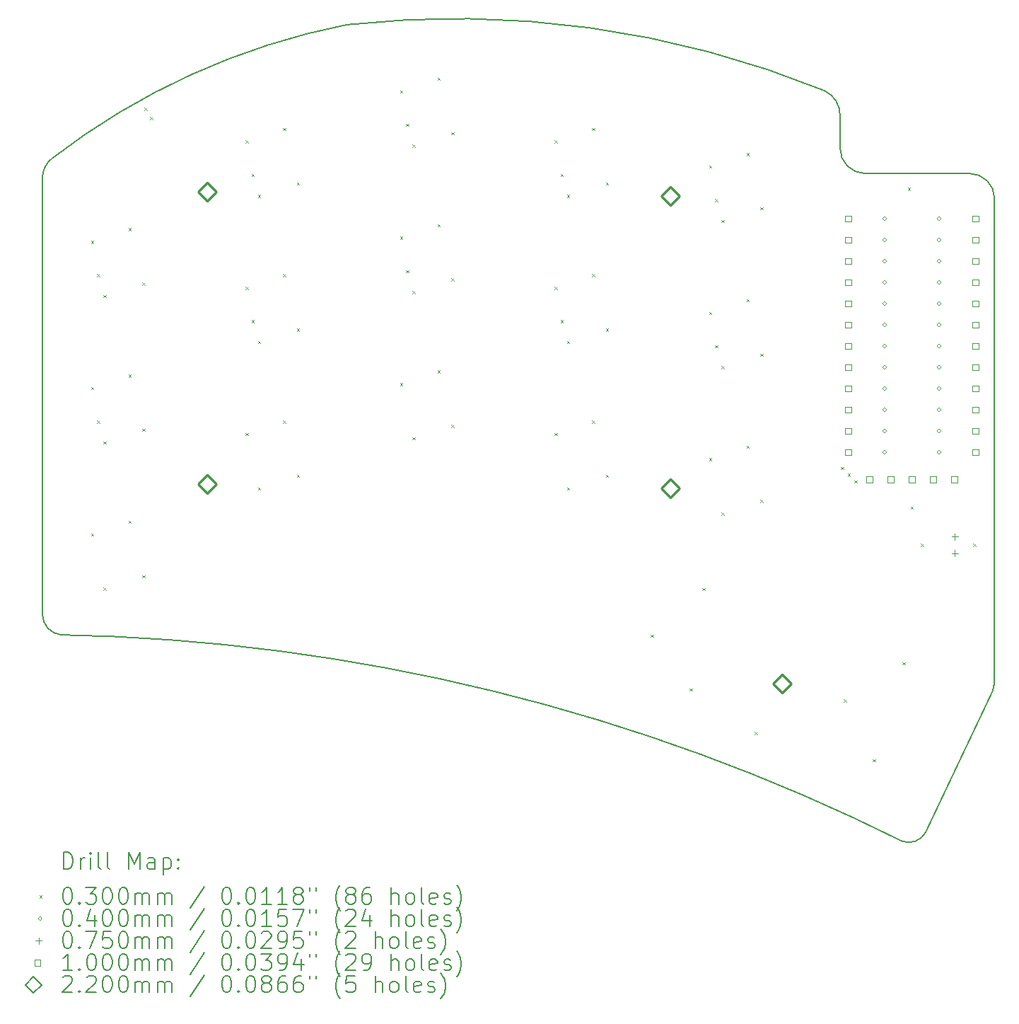
<source format=gbr>
%TF.GenerationSoftware,KiCad,Pcbnew,7.0.10*%
%TF.CreationDate,2024-01-14T23:41:12+02:00*%
%TF.ProjectId,snak_final,736e616b-5f66-4696-9e61-6c2e6b696361,0.1*%
%TF.SameCoordinates,Original*%
%TF.FileFunction,Drillmap*%
%TF.FilePolarity,Positive*%
%FSLAX45Y45*%
G04 Gerber Fmt 4.5, Leading zero omitted, Abs format (unit mm)*
G04 Created by KiCad (PCBNEW 7.0.10) date 2024-01-14 23:41:12*
%MOMM*%
%LPD*%
G01*
G04 APERTURE LIST*
%ADD10C,0.150000*%
%ADD11C,0.200000*%
%ADD12C,0.100000*%
%ADD13C,0.220000*%
G04 APERTURE END LIST*
D10*
X20355000Y-5830000D02*
G75*
G03*
X20055000Y-5530000I-300000J0D01*
G01*
X18505000Y-5225000D02*
X18505000Y-4850000D01*
X8955000Y-10814000D02*
X8955000Y-5585000D01*
X18505000Y-5225000D02*
G75*
G03*
X18800000Y-5530000I300000J-5000D01*
G01*
X19249998Y-13520005D02*
G75*
G03*
X19528000Y-13415000I76432J218155D01*
G01*
X19250000Y-13520000D02*
G75*
G03*
X9173000Y-11050000I-10499254J-21043551D01*
G01*
X20333001Y-11715000D02*
G75*
G03*
X20355000Y-11555000I-442701J142380D01*
G01*
X9070001Y-5350001D02*
G75*
G03*
X8955000Y-5585000I182339J-234869D01*
G01*
X12600000Y-3750000D02*
G75*
G03*
X9070000Y-5350000I1632480J-8295690D01*
G01*
X18800000Y-5530000D02*
X20055000Y-5530000D01*
X18320000Y-4540000D02*
G75*
G03*
X12600000Y-3750000I-4415316J-10866276D01*
G01*
X8955004Y-10814000D02*
G75*
G03*
X9173000Y-11050000I249626J11900D01*
G01*
X20355000Y-5830000D02*
X20355000Y-11555000D01*
X20333000Y-11715000D02*
X19528000Y-13415000D01*
X18504998Y-4850000D02*
G75*
G03*
X18320000Y-4540000I-324298J16670D01*
G01*
D11*
D12*
X9535000Y-6335000D02*
X9565000Y-6365000D01*
X9565000Y-6335000D02*
X9535000Y-6365000D01*
X9535000Y-8085000D02*
X9565000Y-8115000D01*
X9565000Y-8085000D02*
X9535000Y-8115000D01*
X9535000Y-9835000D02*
X9565000Y-9865000D01*
X9565000Y-9835000D02*
X9535000Y-9865000D01*
X9610000Y-6735000D02*
X9640000Y-6765000D01*
X9640000Y-6735000D02*
X9610000Y-6765000D01*
X9610000Y-8485000D02*
X9640000Y-8515000D01*
X9640000Y-8485000D02*
X9610000Y-8515000D01*
X9685000Y-6985000D02*
X9715000Y-7015000D01*
X9715000Y-6985000D02*
X9685000Y-7015000D01*
X9685000Y-8735000D02*
X9715000Y-8765000D01*
X9715000Y-8735000D02*
X9685000Y-8765000D01*
X9685000Y-10485000D02*
X9715000Y-10515000D01*
X9715000Y-10485000D02*
X9685000Y-10515000D01*
X9985000Y-6185000D02*
X10015000Y-6215000D01*
X10015000Y-6185000D02*
X9985000Y-6215000D01*
X9985000Y-7935000D02*
X10015000Y-7965000D01*
X10015000Y-7935000D02*
X9985000Y-7965000D01*
X9985000Y-9685000D02*
X10015000Y-9715000D01*
X10015000Y-9685000D02*
X9985000Y-9715000D01*
X10150000Y-6835000D02*
X10180000Y-6865000D01*
X10180000Y-6835000D02*
X10150000Y-6865000D01*
X10150000Y-8585000D02*
X10180000Y-8615000D01*
X10180000Y-8585000D02*
X10150000Y-8615000D01*
X10150000Y-10335000D02*
X10180000Y-10365000D01*
X10180000Y-10335000D02*
X10150000Y-10365000D01*
X10176354Y-4745117D02*
X10206354Y-4775117D01*
X10206354Y-4745117D02*
X10176354Y-4775117D01*
X10245796Y-4852047D02*
X10275796Y-4882047D01*
X10275796Y-4852047D02*
X10245796Y-4882047D01*
X11385000Y-5135000D02*
X11415000Y-5165000D01*
X11415000Y-5135000D02*
X11385000Y-5165000D01*
X11385000Y-6885000D02*
X11415000Y-6915000D01*
X11415000Y-6885000D02*
X11385000Y-6915000D01*
X11385000Y-8635000D02*
X11415000Y-8665000D01*
X11415000Y-8635000D02*
X11385000Y-8665000D01*
X11460000Y-5535000D02*
X11490000Y-5565000D01*
X11490000Y-5535000D02*
X11460000Y-5565000D01*
X11460000Y-7285000D02*
X11490000Y-7315000D01*
X11490000Y-7285000D02*
X11460000Y-7315000D01*
X11535000Y-5785000D02*
X11565000Y-5815000D01*
X11565000Y-5785000D02*
X11535000Y-5815000D01*
X11535000Y-7535000D02*
X11565000Y-7565000D01*
X11565000Y-7535000D02*
X11535000Y-7565000D01*
X11535000Y-9285000D02*
X11565000Y-9315000D01*
X11565000Y-9285000D02*
X11535000Y-9315000D01*
X11835000Y-4985000D02*
X11865000Y-5015000D01*
X11865000Y-4985000D02*
X11835000Y-5015000D01*
X11835000Y-6735000D02*
X11865000Y-6765000D01*
X11865000Y-6735000D02*
X11835000Y-6765000D01*
X11835000Y-8485000D02*
X11865000Y-8515000D01*
X11865000Y-8485000D02*
X11835000Y-8515000D01*
X12000000Y-5635000D02*
X12030000Y-5665000D01*
X12030000Y-5635000D02*
X12000000Y-5665000D01*
X12000000Y-7385000D02*
X12030000Y-7415000D01*
X12030000Y-7385000D02*
X12000000Y-7415000D01*
X12000000Y-9135000D02*
X12030000Y-9165000D01*
X12030000Y-9135000D02*
X12000000Y-9165000D01*
X13235000Y-4535000D02*
X13265000Y-4565000D01*
X13265000Y-4535000D02*
X13235000Y-4565000D01*
X13235000Y-6285000D02*
X13265000Y-6315000D01*
X13265000Y-6285000D02*
X13235000Y-6315000D01*
X13235000Y-8035000D02*
X13265000Y-8065000D01*
X13265000Y-8035000D02*
X13235000Y-8065000D01*
X13310000Y-4935000D02*
X13340000Y-4965000D01*
X13340000Y-4935000D02*
X13310000Y-4965000D01*
X13310000Y-6685000D02*
X13340000Y-6715000D01*
X13340000Y-6685000D02*
X13310000Y-6715000D01*
X13385000Y-5185000D02*
X13415000Y-5215000D01*
X13415000Y-5185000D02*
X13385000Y-5215000D01*
X13385000Y-6935000D02*
X13415000Y-6965000D01*
X13415000Y-6935000D02*
X13385000Y-6965000D01*
X13385000Y-8685000D02*
X13415000Y-8715000D01*
X13415000Y-8685000D02*
X13385000Y-8715000D01*
X13685000Y-4385000D02*
X13715000Y-4415000D01*
X13715000Y-4385000D02*
X13685000Y-4415000D01*
X13685000Y-6135000D02*
X13715000Y-6165000D01*
X13715000Y-6135000D02*
X13685000Y-6165000D01*
X13685000Y-7885000D02*
X13715000Y-7915000D01*
X13715000Y-7885000D02*
X13685000Y-7915000D01*
X13850000Y-5035000D02*
X13880000Y-5065000D01*
X13880000Y-5035000D02*
X13850000Y-5065000D01*
X13850000Y-6785000D02*
X13880000Y-6815000D01*
X13880000Y-6785000D02*
X13850000Y-6815000D01*
X13850000Y-8535000D02*
X13880000Y-8565000D01*
X13880000Y-8535000D02*
X13850000Y-8565000D01*
X15085000Y-5135000D02*
X15115000Y-5165000D01*
X15115000Y-5135000D02*
X15085000Y-5165000D01*
X15085000Y-6885000D02*
X15115000Y-6915000D01*
X15115000Y-6885000D02*
X15085000Y-6915000D01*
X15085000Y-8635000D02*
X15115000Y-8665000D01*
X15115000Y-8635000D02*
X15085000Y-8665000D01*
X15160000Y-5535000D02*
X15190000Y-5565000D01*
X15190000Y-5535000D02*
X15160000Y-5565000D01*
X15160000Y-7285000D02*
X15190000Y-7315000D01*
X15190000Y-7285000D02*
X15160000Y-7315000D01*
X15235000Y-5785000D02*
X15265000Y-5815000D01*
X15265000Y-5785000D02*
X15235000Y-5815000D01*
X15235000Y-7535000D02*
X15265000Y-7565000D01*
X15265000Y-7535000D02*
X15235000Y-7565000D01*
X15235000Y-9285000D02*
X15265000Y-9315000D01*
X15265000Y-9285000D02*
X15235000Y-9315000D01*
X15535000Y-4985000D02*
X15565000Y-5015000D01*
X15565000Y-4985000D02*
X15535000Y-5015000D01*
X15535000Y-6735000D02*
X15565000Y-6765000D01*
X15565000Y-6735000D02*
X15535000Y-6765000D01*
X15535000Y-8485000D02*
X15565000Y-8515000D01*
X15565000Y-8485000D02*
X15535000Y-8515000D01*
X15700000Y-5635000D02*
X15730000Y-5665000D01*
X15730000Y-5635000D02*
X15700000Y-5665000D01*
X15700000Y-7385000D02*
X15730000Y-7415000D01*
X15730000Y-7385000D02*
X15700000Y-7415000D01*
X15700000Y-9135000D02*
X15730000Y-9165000D01*
X15730000Y-9135000D02*
X15700000Y-9165000D01*
X16239156Y-11048643D02*
X16269156Y-11078643D01*
X16269156Y-11048643D02*
X16239156Y-11078643D01*
X16703791Y-11690779D02*
X16733791Y-11720779D01*
X16733791Y-11690779D02*
X16703791Y-11720779D01*
X16854996Y-10488963D02*
X16884996Y-10518963D01*
X16884996Y-10488963D02*
X16854996Y-10518963D01*
X16935000Y-5435000D02*
X16965000Y-5465000D01*
X16965000Y-5435000D02*
X16935000Y-5465000D01*
X16935000Y-7185000D02*
X16965000Y-7215000D01*
X16965000Y-7185000D02*
X16935000Y-7215000D01*
X16935000Y-8935000D02*
X16965000Y-8965000D01*
X16965000Y-8935000D02*
X16935000Y-8965000D01*
X17010000Y-5835000D02*
X17040000Y-5865000D01*
X17040000Y-5835000D02*
X17010000Y-5865000D01*
X17010000Y-7585000D02*
X17040000Y-7615000D01*
X17040000Y-7585000D02*
X17010000Y-7615000D01*
X17085000Y-6085000D02*
X17115000Y-6115000D01*
X17115000Y-6085000D02*
X17085000Y-6115000D01*
X17085000Y-7835000D02*
X17115000Y-7865000D01*
X17115000Y-7835000D02*
X17085000Y-7865000D01*
X17085000Y-9585000D02*
X17115000Y-9615000D01*
X17115000Y-9585000D02*
X17085000Y-9615000D01*
X17385000Y-5285000D02*
X17415000Y-5315000D01*
X17415000Y-5285000D02*
X17385000Y-5315000D01*
X17385000Y-7035000D02*
X17415000Y-7065000D01*
X17415000Y-7035000D02*
X17385000Y-7065000D01*
X17385000Y-8785000D02*
X17415000Y-8815000D01*
X17415000Y-8785000D02*
X17385000Y-8815000D01*
X17480990Y-12209612D02*
X17510990Y-12239612D01*
X17510990Y-12209612D02*
X17480990Y-12239612D01*
X17550000Y-5935000D02*
X17580000Y-5965000D01*
X17580000Y-5935000D02*
X17550000Y-5965000D01*
X17550000Y-7685000D02*
X17580000Y-7715000D01*
X17580000Y-7685000D02*
X17550000Y-7715000D01*
X17550000Y-9435000D02*
X17580000Y-9465000D01*
X17580000Y-9435000D02*
X17550000Y-9465000D01*
X18515000Y-9040000D02*
X18545000Y-9070000D01*
X18545000Y-9040000D02*
X18515000Y-9070000D01*
X18550542Y-11822375D02*
X18580542Y-11852375D01*
X18580542Y-11822375D02*
X18550542Y-11852375D01*
X18595000Y-9120000D02*
X18625000Y-9150000D01*
X18625000Y-9120000D02*
X18595000Y-9150000D01*
X18675000Y-9200000D02*
X18705000Y-9230000D01*
X18705000Y-9200000D02*
X18675000Y-9230000D01*
X18896612Y-12535439D02*
X18926612Y-12565439D01*
X18926612Y-12535439D02*
X18896612Y-12565439D01*
X19254213Y-11378137D02*
X19284213Y-11408137D01*
X19284213Y-11378137D02*
X19254213Y-11408137D01*
X19315000Y-5700000D02*
X19345000Y-5730000D01*
X19345000Y-5700000D02*
X19315000Y-5730000D01*
X19350000Y-9515000D02*
X19380000Y-9545000D01*
X19380000Y-9515000D02*
X19350000Y-9545000D01*
X19472500Y-9960000D02*
X19502500Y-9990000D01*
X19502500Y-9960000D02*
X19472500Y-9990000D01*
X20100000Y-9960000D02*
X20130000Y-9990000D01*
X20130000Y-9960000D02*
X20100000Y-9990000D01*
X19058800Y-6070000D02*
G75*
G03*
X19018800Y-6070000I-20000J0D01*
G01*
X19018800Y-6070000D02*
G75*
G03*
X19058800Y-6070000I20000J0D01*
G01*
X19058800Y-6324000D02*
G75*
G03*
X19018800Y-6324000I-20000J0D01*
G01*
X19018800Y-6324000D02*
G75*
G03*
X19058800Y-6324000I20000J0D01*
G01*
X19058800Y-6578000D02*
G75*
G03*
X19018800Y-6578000I-20000J0D01*
G01*
X19018800Y-6578000D02*
G75*
G03*
X19058800Y-6578000I20000J0D01*
G01*
X19058800Y-6832000D02*
G75*
G03*
X19018800Y-6832000I-20000J0D01*
G01*
X19018800Y-6832000D02*
G75*
G03*
X19058800Y-6832000I20000J0D01*
G01*
X19058800Y-7086000D02*
G75*
G03*
X19018800Y-7086000I-20000J0D01*
G01*
X19018800Y-7086000D02*
G75*
G03*
X19058800Y-7086000I20000J0D01*
G01*
X19058800Y-7340000D02*
G75*
G03*
X19018800Y-7340000I-20000J0D01*
G01*
X19018800Y-7340000D02*
G75*
G03*
X19058800Y-7340000I20000J0D01*
G01*
X19058800Y-7594000D02*
G75*
G03*
X19018800Y-7594000I-20000J0D01*
G01*
X19018800Y-7594000D02*
G75*
G03*
X19058800Y-7594000I20000J0D01*
G01*
X19058800Y-7848000D02*
G75*
G03*
X19018800Y-7848000I-20000J0D01*
G01*
X19018800Y-7848000D02*
G75*
G03*
X19058800Y-7848000I20000J0D01*
G01*
X19058800Y-8102000D02*
G75*
G03*
X19018800Y-8102000I-20000J0D01*
G01*
X19018800Y-8102000D02*
G75*
G03*
X19058800Y-8102000I20000J0D01*
G01*
X19058800Y-8356000D02*
G75*
G03*
X19018800Y-8356000I-20000J0D01*
G01*
X19018800Y-8356000D02*
G75*
G03*
X19058800Y-8356000I20000J0D01*
G01*
X19058800Y-8610000D02*
G75*
G03*
X19018800Y-8610000I-20000J0D01*
G01*
X19018800Y-8610000D02*
G75*
G03*
X19058800Y-8610000I20000J0D01*
G01*
X19058800Y-8864000D02*
G75*
G03*
X19018800Y-8864000I-20000J0D01*
G01*
X19018800Y-8864000D02*
G75*
G03*
X19058800Y-8864000I20000J0D01*
G01*
X19711200Y-6070000D02*
G75*
G03*
X19671200Y-6070000I-20000J0D01*
G01*
X19671200Y-6070000D02*
G75*
G03*
X19711200Y-6070000I20000J0D01*
G01*
X19711200Y-6324000D02*
G75*
G03*
X19671200Y-6324000I-20000J0D01*
G01*
X19671200Y-6324000D02*
G75*
G03*
X19711200Y-6324000I20000J0D01*
G01*
X19711200Y-6578000D02*
G75*
G03*
X19671200Y-6578000I-20000J0D01*
G01*
X19671200Y-6578000D02*
G75*
G03*
X19711200Y-6578000I20000J0D01*
G01*
X19711200Y-6832000D02*
G75*
G03*
X19671200Y-6832000I-20000J0D01*
G01*
X19671200Y-6832000D02*
G75*
G03*
X19711200Y-6832000I20000J0D01*
G01*
X19711200Y-7086000D02*
G75*
G03*
X19671200Y-7086000I-20000J0D01*
G01*
X19671200Y-7086000D02*
G75*
G03*
X19711200Y-7086000I20000J0D01*
G01*
X19711200Y-7340000D02*
G75*
G03*
X19671200Y-7340000I-20000J0D01*
G01*
X19671200Y-7340000D02*
G75*
G03*
X19711200Y-7340000I20000J0D01*
G01*
X19711200Y-7594000D02*
G75*
G03*
X19671200Y-7594000I-20000J0D01*
G01*
X19671200Y-7594000D02*
G75*
G03*
X19711200Y-7594000I20000J0D01*
G01*
X19711200Y-7848000D02*
G75*
G03*
X19671200Y-7848000I-20000J0D01*
G01*
X19671200Y-7848000D02*
G75*
G03*
X19711200Y-7848000I20000J0D01*
G01*
X19711200Y-8102000D02*
G75*
G03*
X19671200Y-8102000I-20000J0D01*
G01*
X19671200Y-8102000D02*
G75*
G03*
X19711200Y-8102000I20000J0D01*
G01*
X19711200Y-8356000D02*
G75*
G03*
X19671200Y-8356000I-20000J0D01*
G01*
X19671200Y-8356000D02*
G75*
G03*
X19711200Y-8356000I20000J0D01*
G01*
X19711200Y-8610000D02*
G75*
G03*
X19671200Y-8610000I-20000J0D01*
G01*
X19671200Y-8610000D02*
G75*
G03*
X19711200Y-8610000I20000J0D01*
G01*
X19711200Y-8864000D02*
G75*
G03*
X19671200Y-8864000I-20000J0D01*
G01*
X19671200Y-8864000D02*
G75*
G03*
X19711200Y-8864000I20000J0D01*
G01*
X19880000Y-9837500D02*
X19880000Y-9912500D01*
X19842500Y-9875000D02*
X19917500Y-9875000D01*
X19880000Y-10037500D02*
X19880000Y-10112500D01*
X19842500Y-10075000D02*
X19917500Y-10075000D01*
X18638356Y-6105356D02*
X18638356Y-6034644D01*
X18567644Y-6034644D01*
X18567644Y-6105356D01*
X18638356Y-6105356D01*
X18638356Y-6359356D02*
X18638356Y-6288644D01*
X18567644Y-6288644D01*
X18567644Y-6359356D01*
X18638356Y-6359356D01*
X18638356Y-6613356D02*
X18638356Y-6542644D01*
X18567644Y-6542644D01*
X18567644Y-6613356D01*
X18638356Y-6613356D01*
X18638356Y-6867356D02*
X18638356Y-6796644D01*
X18567644Y-6796644D01*
X18567644Y-6867356D01*
X18638356Y-6867356D01*
X18638356Y-7121356D02*
X18638356Y-7050644D01*
X18567644Y-7050644D01*
X18567644Y-7121356D01*
X18638356Y-7121356D01*
X18638356Y-7375356D02*
X18638356Y-7304644D01*
X18567644Y-7304644D01*
X18567644Y-7375356D01*
X18638356Y-7375356D01*
X18638356Y-7629356D02*
X18638356Y-7558644D01*
X18567644Y-7558644D01*
X18567644Y-7629356D01*
X18638356Y-7629356D01*
X18638356Y-7883356D02*
X18638356Y-7812644D01*
X18567644Y-7812644D01*
X18567644Y-7883356D01*
X18638356Y-7883356D01*
X18638356Y-8137356D02*
X18638356Y-8066644D01*
X18567644Y-8066644D01*
X18567644Y-8137356D01*
X18638356Y-8137356D01*
X18638356Y-8391356D02*
X18638356Y-8320644D01*
X18567644Y-8320644D01*
X18567644Y-8391356D01*
X18638356Y-8391356D01*
X18638356Y-8645356D02*
X18638356Y-8574644D01*
X18567644Y-8574644D01*
X18567644Y-8645356D01*
X18638356Y-8645356D01*
X18638356Y-8899356D02*
X18638356Y-8828644D01*
X18567644Y-8828644D01*
X18567644Y-8899356D01*
X18638356Y-8899356D01*
X18892356Y-9225356D02*
X18892356Y-9154644D01*
X18821644Y-9154644D01*
X18821644Y-9225356D01*
X18892356Y-9225356D01*
X19146356Y-9225356D02*
X19146356Y-9154644D01*
X19075644Y-9154644D01*
X19075644Y-9225356D01*
X19146356Y-9225356D01*
X19400356Y-9225356D02*
X19400356Y-9154644D01*
X19329644Y-9154644D01*
X19329644Y-9225356D01*
X19400356Y-9225356D01*
X19654356Y-9225356D02*
X19654356Y-9154644D01*
X19583644Y-9154644D01*
X19583644Y-9225356D01*
X19654356Y-9225356D01*
X19908356Y-9225356D02*
X19908356Y-9154644D01*
X19837644Y-9154644D01*
X19837644Y-9225356D01*
X19908356Y-9225356D01*
X20162356Y-6105356D02*
X20162356Y-6034644D01*
X20091644Y-6034644D01*
X20091644Y-6105356D01*
X20162356Y-6105356D01*
X20162356Y-6359356D02*
X20162356Y-6288644D01*
X20091644Y-6288644D01*
X20091644Y-6359356D01*
X20162356Y-6359356D01*
X20162356Y-6613356D02*
X20162356Y-6542644D01*
X20091644Y-6542644D01*
X20091644Y-6613356D01*
X20162356Y-6613356D01*
X20162356Y-6867356D02*
X20162356Y-6796644D01*
X20091644Y-6796644D01*
X20091644Y-6867356D01*
X20162356Y-6867356D01*
X20162356Y-7121356D02*
X20162356Y-7050644D01*
X20091644Y-7050644D01*
X20091644Y-7121356D01*
X20162356Y-7121356D01*
X20162356Y-7375356D02*
X20162356Y-7304644D01*
X20091644Y-7304644D01*
X20091644Y-7375356D01*
X20162356Y-7375356D01*
X20162356Y-7629356D02*
X20162356Y-7558644D01*
X20091644Y-7558644D01*
X20091644Y-7629356D01*
X20162356Y-7629356D01*
X20162356Y-7883356D02*
X20162356Y-7812644D01*
X20091644Y-7812644D01*
X20091644Y-7883356D01*
X20162356Y-7883356D01*
X20162356Y-8137356D02*
X20162356Y-8066644D01*
X20091644Y-8066644D01*
X20091644Y-8137356D01*
X20162356Y-8137356D01*
X20162356Y-8391356D02*
X20162356Y-8320644D01*
X20091644Y-8320644D01*
X20091644Y-8391356D01*
X20162356Y-8391356D01*
X20162356Y-8645356D02*
X20162356Y-8574644D01*
X20091644Y-8574644D01*
X20091644Y-8645356D01*
X20162356Y-8645356D01*
X20162356Y-8899356D02*
X20162356Y-8828644D01*
X20091644Y-8828644D01*
X20091644Y-8899356D01*
X20162356Y-8899356D01*
D13*
X10925000Y-5860000D02*
X11035000Y-5750000D01*
X10925000Y-5640000D01*
X10815000Y-5750000D01*
X10925000Y-5860000D01*
X10925000Y-9360000D02*
X11035000Y-9250000D01*
X10925000Y-9140000D01*
X10815000Y-9250000D01*
X10925000Y-9360000D01*
X16475000Y-5910000D02*
X16585000Y-5800000D01*
X16475000Y-5690000D01*
X16365000Y-5800000D01*
X16475000Y-5910000D01*
X16475000Y-9410000D02*
X16585000Y-9300000D01*
X16475000Y-9190000D01*
X16365000Y-9300000D01*
X16475000Y-9410000D01*
X17809111Y-11745583D02*
X17919111Y-11635583D01*
X17809111Y-11525583D01*
X17699111Y-11635583D01*
X17809111Y-11745583D01*
D11*
X9208277Y-13851990D02*
X9208277Y-13651990D01*
X9208277Y-13651990D02*
X9255896Y-13651990D01*
X9255896Y-13651990D02*
X9284467Y-13661514D01*
X9284467Y-13661514D02*
X9303515Y-13680562D01*
X9303515Y-13680562D02*
X9313039Y-13699609D01*
X9313039Y-13699609D02*
X9322563Y-13737705D01*
X9322563Y-13737705D02*
X9322563Y-13766276D01*
X9322563Y-13766276D02*
X9313039Y-13804371D01*
X9313039Y-13804371D02*
X9303515Y-13823419D01*
X9303515Y-13823419D02*
X9284467Y-13842467D01*
X9284467Y-13842467D02*
X9255896Y-13851990D01*
X9255896Y-13851990D02*
X9208277Y-13851990D01*
X9408277Y-13851990D02*
X9408277Y-13718657D01*
X9408277Y-13756752D02*
X9417801Y-13737705D01*
X9417801Y-13737705D02*
X9427324Y-13728181D01*
X9427324Y-13728181D02*
X9446372Y-13718657D01*
X9446372Y-13718657D02*
X9465420Y-13718657D01*
X9532086Y-13851990D02*
X9532086Y-13718657D01*
X9532086Y-13651990D02*
X9522563Y-13661514D01*
X9522563Y-13661514D02*
X9532086Y-13671038D01*
X9532086Y-13671038D02*
X9541610Y-13661514D01*
X9541610Y-13661514D02*
X9532086Y-13651990D01*
X9532086Y-13651990D02*
X9532086Y-13671038D01*
X9655896Y-13851990D02*
X9636848Y-13842467D01*
X9636848Y-13842467D02*
X9627324Y-13823419D01*
X9627324Y-13823419D02*
X9627324Y-13651990D01*
X9760658Y-13851990D02*
X9741610Y-13842467D01*
X9741610Y-13842467D02*
X9732086Y-13823419D01*
X9732086Y-13823419D02*
X9732086Y-13651990D01*
X9989229Y-13851990D02*
X9989229Y-13651990D01*
X9989229Y-13651990D02*
X10055896Y-13794847D01*
X10055896Y-13794847D02*
X10122563Y-13651990D01*
X10122563Y-13651990D02*
X10122563Y-13851990D01*
X10303515Y-13851990D02*
X10303515Y-13747228D01*
X10303515Y-13747228D02*
X10293991Y-13728181D01*
X10293991Y-13728181D02*
X10274944Y-13718657D01*
X10274944Y-13718657D02*
X10236848Y-13718657D01*
X10236848Y-13718657D02*
X10217801Y-13728181D01*
X10303515Y-13842467D02*
X10284467Y-13851990D01*
X10284467Y-13851990D02*
X10236848Y-13851990D01*
X10236848Y-13851990D02*
X10217801Y-13842467D01*
X10217801Y-13842467D02*
X10208277Y-13823419D01*
X10208277Y-13823419D02*
X10208277Y-13804371D01*
X10208277Y-13804371D02*
X10217801Y-13785324D01*
X10217801Y-13785324D02*
X10236848Y-13775800D01*
X10236848Y-13775800D02*
X10284467Y-13775800D01*
X10284467Y-13775800D02*
X10303515Y-13766276D01*
X10398753Y-13718657D02*
X10398753Y-13918657D01*
X10398753Y-13728181D02*
X10417801Y-13718657D01*
X10417801Y-13718657D02*
X10455896Y-13718657D01*
X10455896Y-13718657D02*
X10474944Y-13728181D01*
X10474944Y-13728181D02*
X10484467Y-13737705D01*
X10484467Y-13737705D02*
X10493991Y-13756752D01*
X10493991Y-13756752D02*
X10493991Y-13813895D01*
X10493991Y-13813895D02*
X10484467Y-13832943D01*
X10484467Y-13832943D02*
X10474944Y-13842467D01*
X10474944Y-13842467D02*
X10455896Y-13851990D01*
X10455896Y-13851990D02*
X10417801Y-13851990D01*
X10417801Y-13851990D02*
X10398753Y-13842467D01*
X10579705Y-13832943D02*
X10589229Y-13842467D01*
X10589229Y-13842467D02*
X10579705Y-13851990D01*
X10579705Y-13851990D02*
X10570182Y-13842467D01*
X10570182Y-13842467D02*
X10579705Y-13832943D01*
X10579705Y-13832943D02*
X10579705Y-13851990D01*
X10579705Y-13728181D02*
X10589229Y-13737705D01*
X10589229Y-13737705D02*
X10579705Y-13747228D01*
X10579705Y-13747228D02*
X10570182Y-13737705D01*
X10570182Y-13737705D02*
X10579705Y-13728181D01*
X10579705Y-13728181D02*
X10579705Y-13747228D01*
D12*
X8917500Y-14165507D02*
X8947500Y-14195507D01*
X8947500Y-14165507D02*
X8917500Y-14195507D01*
D11*
X9246372Y-14071990D02*
X9265420Y-14071990D01*
X9265420Y-14071990D02*
X9284467Y-14081514D01*
X9284467Y-14081514D02*
X9293991Y-14091038D01*
X9293991Y-14091038D02*
X9303515Y-14110086D01*
X9303515Y-14110086D02*
X9313039Y-14148181D01*
X9313039Y-14148181D02*
X9313039Y-14195800D01*
X9313039Y-14195800D02*
X9303515Y-14233895D01*
X9303515Y-14233895D02*
X9293991Y-14252943D01*
X9293991Y-14252943D02*
X9284467Y-14262467D01*
X9284467Y-14262467D02*
X9265420Y-14271990D01*
X9265420Y-14271990D02*
X9246372Y-14271990D01*
X9246372Y-14271990D02*
X9227324Y-14262467D01*
X9227324Y-14262467D02*
X9217801Y-14252943D01*
X9217801Y-14252943D02*
X9208277Y-14233895D01*
X9208277Y-14233895D02*
X9198753Y-14195800D01*
X9198753Y-14195800D02*
X9198753Y-14148181D01*
X9198753Y-14148181D02*
X9208277Y-14110086D01*
X9208277Y-14110086D02*
X9217801Y-14091038D01*
X9217801Y-14091038D02*
X9227324Y-14081514D01*
X9227324Y-14081514D02*
X9246372Y-14071990D01*
X9398753Y-14252943D02*
X9408277Y-14262467D01*
X9408277Y-14262467D02*
X9398753Y-14271990D01*
X9398753Y-14271990D02*
X9389229Y-14262467D01*
X9389229Y-14262467D02*
X9398753Y-14252943D01*
X9398753Y-14252943D02*
X9398753Y-14271990D01*
X9474944Y-14071990D02*
X9598753Y-14071990D01*
X9598753Y-14071990D02*
X9532086Y-14148181D01*
X9532086Y-14148181D02*
X9560658Y-14148181D01*
X9560658Y-14148181D02*
X9579705Y-14157705D01*
X9579705Y-14157705D02*
X9589229Y-14167228D01*
X9589229Y-14167228D02*
X9598753Y-14186276D01*
X9598753Y-14186276D02*
X9598753Y-14233895D01*
X9598753Y-14233895D02*
X9589229Y-14252943D01*
X9589229Y-14252943D02*
X9579705Y-14262467D01*
X9579705Y-14262467D02*
X9560658Y-14271990D01*
X9560658Y-14271990D02*
X9503515Y-14271990D01*
X9503515Y-14271990D02*
X9484467Y-14262467D01*
X9484467Y-14262467D02*
X9474944Y-14252943D01*
X9722563Y-14071990D02*
X9741610Y-14071990D01*
X9741610Y-14071990D02*
X9760658Y-14081514D01*
X9760658Y-14081514D02*
X9770182Y-14091038D01*
X9770182Y-14091038D02*
X9779705Y-14110086D01*
X9779705Y-14110086D02*
X9789229Y-14148181D01*
X9789229Y-14148181D02*
X9789229Y-14195800D01*
X9789229Y-14195800D02*
X9779705Y-14233895D01*
X9779705Y-14233895D02*
X9770182Y-14252943D01*
X9770182Y-14252943D02*
X9760658Y-14262467D01*
X9760658Y-14262467D02*
X9741610Y-14271990D01*
X9741610Y-14271990D02*
X9722563Y-14271990D01*
X9722563Y-14271990D02*
X9703515Y-14262467D01*
X9703515Y-14262467D02*
X9693991Y-14252943D01*
X9693991Y-14252943D02*
X9684467Y-14233895D01*
X9684467Y-14233895D02*
X9674944Y-14195800D01*
X9674944Y-14195800D02*
X9674944Y-14148181D01*
X9674944Y-14148181D02*
X9684467Y-14110086D01*
X9684467Y-14110086D02*
X9693991Y-14091038D01*
X9693991Y-14091038D02*
X9703515Y-14081514D01*
X9703515Y-14081514D02*
X9722563Y-14071990D01*
X9913039Y-14071990D02*
X9932086Y-14071990D01*
X9932086Y-14071990D02*
X9951134Y-14081514D01*
X9951134Y-14081514D02*
X9960658Y-14091038D01*
X9960658Y-14091038D02*
X9970182Y-14110086D01*
X9970182Y-14110086D02*
X9979705Y-14148181D01*
X9979705Y-14148181D02*
X9979705Y-14195800D01*
X9979705Y-14195800D02*
X9970182Y-14233895D01*
X9970182Y-14233895D02*
X9960658Y-14252943D01*
X9960658Y-14252943D02*
X9951134Y-14262467D01*
X9951134Y-14262467D02*
X9932086Y-14271990D01*
X9932086Y-14271990D02*
X9913039Y-14271990D01*
X9913039Y-14271990D02*
X9893991Y-14262467D01*
X9893991Y-14262467D02*
X9884467Y-14252943D01*
X9884467Y-14252943D02*
X9874944Y-14233895D01*
X9874944Y-14233895D02*
X9865420Y-14195800D01*
X9865420Y-14195800D02*
X9865420Y-14148181D01*
X9865420Y-14148181D02*
X9874944Y-14110086D01*
X9874944Y-14110086D02*
X9884467Y-14091038D01*
X9884467Y-14091038D02*
X9893991Y-14081514D01*
X9893991Y-14081514D02*
X9913039Y-14071990D01*
X10065420Y-14271990D02*
X10065420Y-14138657D01*
X10065420Y-14157705D02*
X10074944Y-14148181D01*
X10074944Y-14148181D02*
X10093991Y-14138657D01*
X10093991Y-14138657D02*
X10122563Y-14138657D01*
X10122563Y-14138657D02*
X10141610Y-14148181D01*
X10141610Y-14148181D02*
X10151134Y-14167228D01*
X10151134Y-14167228D02*
X10151134Y-14271990D01*
X10151134Y-14167228D02*
X10160658Y-14148181D01*
X10160658Y-14148181D02*
X10179705Y-14138657D01*
X10179705Y-14138657D02*
X10208277Y-14138657D01*
X10208277Y-14138657D02*
X10227325Y-14148181D01*
X10227325Y-14148181D02*
X10236848Y-14167228D01*
X10236848Y-14167228D02*
X10236848Y-14271990D01*
X10332086Y-14271990D02*
X10332086Y-14138657D01*
X10332086Y-14157705D02*
X10341610Y-14148181D01*
X10341610Y-14148181D02*
X10360658Y-14138657D01*
X10360658Y-14138657D02*
X10389229Y-14138657D01*
X10389229Y-14138657D02*
X10408277Y-14148181D01*
X10408277Y-14148181D02*
X10417801Y-14167228D01*
X10417801Y-14167228D02*
X10417801Y-14271990D01*
X10417801Y-14167228D02*
X10427325Y-14148181D01*
X10427325Y-14148181D02*
X10446372Y-14138657D01*
X10446372Y-14138657D02*
X10474944Y-14138657D01*
X10474944Y-14138657D02*
X10493991Y-14148181D01*
X10493991Y-14148181D02*
X10503515Y-14167228D01*
X10503515Y-14167228D02*
X10503515Y-14271990D01*
X10893991Y-14062467D02*
X10722563Y-14319609D01*
X11151134Y-14071990D02*
X11170182Y-14071990D01*
X11170182Y-14071990D02*
X11189229Y-14081514D01*
X11189229Y-14081514D02*
X11198753Y-14091038D01*
X11198753Y-14091038D02*
X11208277Y-14110086D01*
X11208277Y-14110086D02*
X11217801Y-14148181D01*
X11217801Y-14148181D02*
X11217801Y-14195800D01*
X11217801Y-14195800D02*
X11208277Y-14233895D01*
X11208277Y-14233895D02*
X11198753Y-14252943D01*
X11198753Y-14252943D02*
X11189229Y-14262467D01*
X11189229Y-14262467D02*
X11170182Y-14271990D01*
X11170182Y-14271990D02*
X11151134Y-14271990D01*
X11151134Y-14271990D02*
X11132087Y-14262467D01*
X11132087Y-14262467D02*
X11122563Y-14252943D01*
X11122563Y-14252943D02*
X11113039Y-14233895D01*
X11113039Y-14233895D02*
X11103515Y-14195800D01*
X11103515Y-14195800D02*
X11103515Y-14148181D01*
X11103515Y-14148181D02*
X11113039Y-14110086D01*
X11113039Y-14110086D02*
X11122563Y-14091038D01*
X11122563Y-14091038D02*
X11132087Y-14081514D01*
X11132087Y-14081514D02*
X11151134Y-14071990D01*
X11303515Y-14252943D02*
X11313039Y-14262467D01*
X11313039Y-14262467D02*
X11303515Y-14271990D01*
X11303515Y-14271990D02*
X11293991Y-14262467D01*
X11293991Y-14262467D02*
X11303515Y-14252943D01*
X11303515Y-14252943D02*
X11303515Y-14271990D01*
X11436848Y-14071990D02*
X11455896Y-14071990D01*
X11455896Y-14071990D02*
X11474944Y-14081514D01*
X11474944Y-14081514D02*
X11484467Y-14091038D01*
X11484467Y-14091038D02*
X11493991Y-14110086D01*
X11493991Y-14110086D02*
X11503515Y-14148181D01*
X11503515Y-14148181D02*
X11503515Y-14195800D01*
X11503515Y-14195800D02*
X11493991Y-14233895D01*
X11493991Y-14233895D02*
X11484467Y-14252943D01*
X11484467Y-14252943D02*
X11474944Y-14262467D01*
X11474944Y-14262467D02*
X11455896Y-14271990D01*
X11455896Y-14271990D02*
X11436848Y-14271990D01*
X11436848Y-14271990D02*
X11417801Y-14262467D01*
X11417801Y-14262467D02*
X11408277Y-14252943D01*
X11408277Y-14252943D02*
X11398753Y-14233895D01*
X11398753Y-14233895D02*
X11389229Y-14195800D01*
X11389229Y-14195800D02*
X11389229Y-14148181D01*
X11389229Y-14148181D02*
X11398753Y-14110086D01*
X11398753Y-14110086D02*
X11408277Y-14091038D01*
X11408277Y-14091038D02*
X11417801Y-14081514D01*
X11417801Y-14081514D02*
X11436848Y-14071990D01*
X11693991Y-14271990D02*
X11579706Y-14271990D01*
X11636848Y-14271990D02*
X11636848Y-14071990D01*
X11636848Y-14071990D02*
X11617801Y-14100562D01*
X11617801Y-14100562D02*
X11598753Y-14119609D01*
X11598753Y-14119609D02*
X11579706Y-14129133D01*
X11884467Y-14271990D02*
X11770182Y-14271990D01*
X11827325Y-14271990D02*
X11827325Y-14071990D01*
X11827325Y-14071990D02*
X11808277Y-14100562D01*
X11808277Y-14100562D02*
X11789229Y-14119609D01*
X11789229Y-14119609D02*
X11770182Y-14129133D01*
X11998753Y-14157705D02*
X11979706Y-14148181D01*
X11979706Y-14148181D02*
X11970182Y-14138657D01*
X11970182Y-14138657D02*
X11960658Y-14119609D01*
X11960658Y-14119609D02*
X11960658Y-14110086D01*
X11960658Y-14110086D02*
X11970182Y-14091038D01*
X11970182Y-14091038D02*
X11979706Y-14081514D01*
X11979706Y-14081514D02*
X11998753Y-14071990D01*
X11998753Y-14071990D02*
X12036848Y-14071990D01*
X12036848Y-14071990D02*
X12055896Y-14081514D01*
X12055896Y-14081514D02*
X12065420Y-14091038D01*
X12065420Y-14091038D02*
X12074944Y-14110086D01*
X12074944Y-14110086D02*
X12074944Y-14119609D01*
X12074944Y-14119609D02*
X12065420Y-14138657D01*
X12065420Y-14138657D02*
X12055896Y-14148181D01*
X12055896Y-14148181D02*
X12036848Y-14157705D01*
X12036848Y-14157705D02*
X11998753Y-14157705D01*
X11998753Y-14157705D02*
X11979706Y-14167228D01*
X11979706Y-14167228D02*
X11970182Y-14176752D01*
X11970182Y-14176752D02*
X11960658Y-14195800D01*
X11960658Y-14195800D02*
X11960658Y-14233895D01*
X11960658Y-14233895D02*
X11970182Y-14252943D01*
X11970182Y-14252943D02*
X11979706Y-14262467D01*
X11979706Y-14262467D02*
X11998753Y-14271990D01*
X11998753Y-14271990D02*
X12036848Y-14271990D01*
X12036848Y-14271990D02*
X12055896Y-14262467D01*
X12055896Y-14262467D02*
X12065420Y-14252943D01*
X12065420Y-14252943D02*
X12074944Y-14233895D01*
X12074944Y-14233895D02*
X12074944Y-14195800D01*
X12074944Y-14195800D02*
X12065420Y-14176752D01*
X12065420Y-14176752D02*
X12055896Y-14167228D01*
X12055896Y-14167228D02*
X12036848Y-14157705D01*
X12151134Y-14071990D02*
X12151134Y-14110086D01*
X12227325Y-14071990D02*
X12227325Y-14110086D01*
X12522563Y-14348181D02*
X12513039Y-14338657D01*
X12513039Y-14338657D02*
X12493991Y-14310086D01*
X12493991Y-14310086D02*
X12484468Y-14291038D01*
X12484468Y-14291038D02*
X12474944Y-14262467D01*
X12474944Y-14262467D02*
X12465420Y-14214847D01*
X12465420Y-14214847D02*
X12465420Y-14176752D01*
X12465420Y-14176752D02*
X12474944Y-14129133D01*
X12474944Y-14129133D02*
X12484468Y-14100562D01*
X12484468Y-14100562D02*
X12493991Y-14081514D01*
X12493991Y-14081514D02*
X12513039Y-14052943D01*
X12513039Y-14052943D02*
X12522563Y-14043419D01*
X12627325Y-14157705D02*
X12608277Y-14148181D01*
X12608277Y-14148181D02*
X12598753Y-14138657D01*
X12598753Y-14138657D02*
X12589229Y-14119609D01*
X12589229Y-14119609D02*
X12589229Y-14110086D01*
X12589229Y-14110086D02*
X12598753Y-14091038D01*
X12598753Y-14091038D02*
X12608277Y-14081514D01*
X12608277Y-14081514D02*
X12627325Y-14071990D01*
X12627325Y-14071990D02*
X12665420Y-14071990D01*
X12665420Y-14071990D02*
X12684468Y-14081514D01*
X12684468Y-14081514D02*
X12693991Y-14091038D01*
X12693991Y-14091038D02*
X12703515Y-14110086D01*
X12703515Y-14110086D02*
X12703515Y-14119609D01*
X12703515Y-14119609D02*
X12693991Y-14138657D01*
X12693991Y-14138657D02*
X12684468Y-14148181D01*
X12684468Y-14148181D02*
X12665420Y-14157705D01*
X12665420Y-14157705D02*
X12627325Y-14157705D01*
X12627325Y-14157705D02*
X12608277Y-14167228D01*
X12608277Y-14167228D02*
X12598753Y-14176752D01*
X12598753Y-14176752D02*
X12589229Y-14195800D01*
X12589229Y-14195800D02*
X12589229Y-14233895D01*
X12589229Y-14233895D02*
X12598753Y-14252943D01*
X12598753Y-14252943D02*
X12608277Y-14262467D01*
X12608277Y-14262467D02*
X12627325Y-14271990D01*
X12627325Y-14271990D02*
X12665420Y-14271990D01*
X12665420Y-14271990D02*
X12684468Y-14262467D01*
X12684468Y-14262467D02*
X12693991Y-14252943D01*
X12693991Y-14252943D02*
X12703515Y-14233895D01*
X12703515Y-14233895D02*
X12703515Y-14195800D01*
X12703515Y-14195800D02*
X12693991Y-14176752D01*
X12693991Y-14176752D02*
X12684468Y-14167228D01*
X12684468Y-14167228D02*
X12665420Y-14157705D01*
X12874944Y-14071990D02*
X12836848Y-14071990D01*
X12836848Y-14071990D02*
X12817801Y-14081514D01*
X12817801Y-14081514D02*
X12808277Y-14091038D01*
X12808277Y-14091038D02*
X12789229Y-14119609D01*
X12789229Y-14119609D02*
X12779706Y-14157705D01*
X12779706Y-14157705D02*
X12779706Y-14233895D01*
X12779706Y-14233895D02*
X12789229Y-14252943D01*
X12789229Y-14252943D02*
X12798753Y-14262467D01*
X12798753Y-14262467D02*
X12817801Y-14271990D01*
X12817801Y-14271990D02*
X12855896Y-14271990D01*
X12855896Y-14271990D02*
X12874944Y-14262467D01*
X12874944Y-14262467D02*
X12884468Y-14252943D01*
X12884468Y-14252943D02*
X12893991Y-14233895D01*
X12893991Y-14233895D02*
X12893991Y-14186276D01*
X12893991Y-14186276D02*
X12884468Y-14167228D01*
X12884468Y-14167228D02*
X12874944Y-14157705D01*
X12874944Y-14157705D02*
X12855896Y-14148181D01*
X12855896Y-14148181D02*
X12817801Y-14148181D01*
X12817801Y-14148181D02*
X12798753Y-14157705D01*
X12798753Y-14157705D02*
X12789229Y-14167228D01*
X12789229Y-14167228D02*
X12779706Y-14186276D01*
X13132087Y-14271990D02*
X13132087Y-14071990D01*
X13217801Y-14271990D02*
X13217801Y-14167228D01*
X13217801Y-14167228D02*
X13208277Y-14148181D01*
X13208277Y-14148181D02*
X13189230Y-14138657D01*
X13189230Y-14138657D02*
X13160658Y-14138657D01*
X13160658Y-14138657D02*
X13141610Y-14148181D01*
X13141610Y-14148181D02*
X13132087Y-14157705D01*
X13341610Y-14271990D02*
X13322563Y-14262467D01*
X13322563Y-14262467D02*
X13313039Y-14252943D01*
X13313039Y-14252943D02*
X13303515Y-14233895D01*
X13303515Y-14233895D02*
X13303515Y-14176752D01*
X13303515Y-14176752D02*
X13313039Y-14157705D01*
X13313039Y-14157705D02*
X13322563Y-14148181D01*
X13322563Y-14148181D02*
X13341610Y-14138657D01*
X13341610Y-14138657D02*
X13370182Y-14138657D01*
X13370182Y-14138657D02*
X13389230Y-14148181D01*
X13389230Y-14148181D02*
X13398753Y-14157705D01*
X13398753Y-14157705D02*
X13408277Y-14176752D01*
X13408277Y-14176752D02*
X13408277Y-14233895D01*
X13408277Y-14233895D02*
X13398753Y-14252943D01*
X13398753Y-14252943D02*
X13389230Y-14262467D01*
X13389230Y-14262467D02*
X13370182Y-14271990D01*
X13370182Y-14271990D02*
X13341610Y-14271990D01*
X13522563Y-14271990D02*
X13503515Y-14262467D01*
X13503515Y-14262467D02*
X13493991Y-14243419D01*
X13493991Y-14243419D02*
X13493991Y-14071990D01*
X13674944Y-14262467D02*
X13655896Y-14271990D01*
X13655896Y-14271990D02*
X13617801Y-14271990D01*
X13617801Y-14271990D02*
X13598753Y-14262467D01*
X13598753Y-14262467D02*
X13589230Y-14243419D01*
X13589230Y-14243419D02*
X13589230Y-14167228D01*
X13589230Y-14167228D02*
X13598753Y-14148181D01*
X13598753Y-14148181D02*
X13617801Y-14138657D01*
X13617801Y-14138657D02*
X13655896Y-14138657D01*
X13655896Y-14138657D02*
X13674944Y-14148181D01*
X13674944Y-14148181D02*
X13684468Y-14167228D01*
X13684468Y-14167228D02*
X13684468Y-14186276D01*
X13684468Y-14186276D02*
X13589230Y-14205324D01*
X13760658Y-14262467D02*
X13779706Y-14271990D01*
X13779706Y-14271990D02*
X13817801Y-14271990D01*
X13817801Y-14271990D02*
X13836849Y-14262467D01*
X13836849Y-14262467D02*
X13846372Y-14243419D01*
X13846372Y-14243419D02*
X13846372Y-14233895D01*
X13846372Y-14233895D02*
X13836849Y-14214847D01*
X13836849Y-14214847D02*
X13817801Y-14205324D01*
X13817801Y-14205324D02*
X13789230Y-14205324D01*
X13789230Y-14205324D02*
X13770182Y-14195800D01*
X13770182Y-14195800D02*
X13760658Y-14176752D01*
X13760658Y-14176752D02*
X13760658Y-14167228D01*
X13760658Y-14167228D02*
X13770182Y-14148181D01*
X13770182Y-14148181D02*
X13789230Y-14138657D01*
X13789230Y-14138657D02*
X13817801Y-14138657D01*
X13817801Y-14138657D02*
X13836849Y-14148181D01*
X13913039Y-14348181D02*
X13922563Y-14338657D01*
X13922563Y-14338657D02*
X13941611Y-14310086D01*
X13941611Y-14310086D02*
X13951134Y-14291038D01*
X13951134Y-14291038D02*
X13960658Y-14262467D01*
X13960658Y-14262467D02*
X13970182Y-14214847D01*
X13970182Y-14214847D02*
X13970182Y-14176752D01*
X13970182Y-14176752D02*
X13960658Y-14129133D01*
X13960658Y-14129133D02*
X13951134Y-14100562D01*
X13951134Y-14100562D02*
X13941611Y-14081514D01*
X13941611Y-14081514D02*
X13922563Y-14052943D01*
X13922563Y-14052943D02*
X13913039Y-14043419D01*
D12*
X8947500Y-14444507D02*
G75*
G03*
X8907500Y-14444507I-20000J0D01*
G01*
X8907500Y-14444507D02*
G75*
G03*
X8947500Y-14444507I20000J0D01*
G01*
D11*
X9246372Y-14335990D02*
X9265420Y-14335990D01*
X9265420Y-14335990D02*
X9284467Y-14345514D01*
X9284467Y-14345514D02*
X9293991Y-14355038D01*
X9293991Y-14355038D02*
X9303515Y-14374086D01*
X9303515Y-14374086D02*
X9313039Y-14412181D01*
X9313039Y-14412181D02*
X9313039Y-14459800D01*
X9313039Y-14459800D02*
X9303515Y-14497895D01*
X9303515Y-14497895D02*
X9293991Y-14516943D01*
X9293991Y-14516943D02*
X9284467Y-14526467D01*
X9284467Y-14526467D02*
X9265420Y-14535990D01*
X9265420Y-14535990D02*
X9246372Y-14535990D01*
X9246372Y-14535990D02*
X9227324Y-14526467D01*
X9227324Y-14526467D02*
X9217801Y-14516943D01*
X9217801Y-14516943D02*
X9208277Y-14497895D01*
X9208277Y-14497895D02*
X9198753Y-14459800D01*
X9198753Y-14459800D02*
X9198753Y-14412181D01*
X9198753Y-14412181D02*
X9208277Y-14374086D01*
X9208277Y-14374086D02*
X9217801Y-14355038D01*
X9217801Y-14355038D02*
X9227324Y-14345514D01*
X9227324Y-14345514D02*
X9246372Y-14335990D01*
X9398753Y-14516943D02*
X9408277Y-14526467D01*
X9408277Y-14526467D02*
X9398753Y-14535990D01*
X9398753Y-14535990D02*
X9389229Y-14526467D01*
X9389229Y-14526467D02*
X9398753Y-14516943D01*
X9398753Y-14516943D02*
X9398753Y-14535990D01*
X9579705Y-14402657D02*
X9579705Y-14535990D01*
X9532086Y-14326467D02*
X9484467Y-14469324D01*
X9484467Y-14469324D02*
X9608277Y-14469324D01*
X9722563Y-14335990D02*
X9741610Y-14335990D01*
X9741610Y-14335990D02*
X9760658Y-14345514D01*
X9760658Y-14345514D02*
X9770182Y-14355038D01*
X9770182Y-14355038D02*
X9779705Y-14374086D01*
X9779705Y-14374086D02*
X9789229Y-14412181D01*
X9789229Y-14412181D02*
X9789229Y-14459800D01*
X9789229Y-14459800D02*
X9779705Y-14497895D01*
X9779705Y-14497895D02*
X9770182Y-14516943D01*
X9770182Y-14516943D02*
X9760658Y-14526467D01*
X9760658Y-14526467D02*
X9741610Y-14535990D01*
X9741610Y-14535990D02*
X9722563Y-14535990D01*
X9722563Y-14535990D02*
X9703515Y-14526467D01*
X9703515Y-14526467D02*
X9693991Y-14516943D01*
X9693991Y-14516943D02*
X9684467Y-14497895D01*
X9684467Y-14497895D02*
X9674944Y-14459800D01*
X9674944Y-14459800D02*
X9674944Y-14412181D01*
X9674944Y-14412181D02*
X9684467Y-14374086D01*
X9684467Y-14374086D02*
X9693991Y-14355038D01*
X9693991Y-14355038D02*
X9703515Y-14345514D01*
X9703515Y-14345514D02*
X9722563Y-14335990D01*
X9913039Y-14335990D02*
X9932086Y-14335990D01*
X9932086Y-14335990D02*
X9951134Y-14345514D01*
X9951134Y-14345514D02*
X9960658Y-14355038D01*
X9960658Y-14355038D02*
X9970182Y-14374086D01*
X9970182Y-14374086D02*
X9979705Y-14412181D01*
X9979705Y-14412181D02*
X9979705Y-14459800D01*
X9979705Y-14459800D02*
X9970182Y-14497895D01*
X9970182Y-14497895D02*
X9960658Y-14516943D01*
X9960658Y-14516943D02*
X9951134Y-14526467D01*
X9951134Y-14526467D02*
X9932086Y-14535990D01*
X9932086Y-14535990D02*
X9913039Y-14535990D01*
X9913039Y-14535990D02*
X9893991Y-14526467D01*
X9893991Y-14526467D02*
X9884467Y-14516943D01*
X9884467Y-14516943D02*
X9874944Y-14497895D01*
X9874944Y-14497895D02*
X9865420Y-14459800D01*
X9865420Y-14459800D02*
X9865420Y-14412181D01*
X9865420Y-14412181D02*
X9874944Y-14374086D01*
X9874944Y-14374086D02*
X9884467Y-14355038D01*
X9884467Y-14355038D02*
X9893991Y-14345514D01*
X9893991Y-14345514D02*
X9913039Y-14335990D01*
X10065420Y-14535990D02*
X10065420Y-14402657D01*
X10065420Y-14421705D02*
X10074944Y-14412181D01*
X10074944Y-14412181D02*
X10093991Y-14402657D01*
X10093991Y-14402657D02*
X10122563Y-14402657D01*
X10122563Y-14402657D02*
X10141610Y-14412181D01*
X10141610Y-14412181D02*
X10151134Y-14431228D01*
X10151134Y-14431228D02*
X10151134Y-14535990D01*
X10151134Y-14431228D02*
X10160658Y-14412181D01*
X10160658Y-14412181D02*
X10179705Y-14402657D01*
X10179705Y-14402657D02*
X10208277Y-14402657D01*
X10208277Y-14402657D02*
X10227325Y-14412181D01*
X10227325Y-14412181D02*
X10236848Y-14431228D01*
X10236848Y-14431228D02*
X10236848Y-14535990D01*
X10332086Y-14535990D02*
X10332086Y-14402657D01*
X10332086Y-14421705D02*
X10341610Y-14412181D01*
X10341610Y-14412181D02*
X10360658Y-14402657D01*
X10360658Y-14402657D02*
X10389229Y-14402657D01*
X10389229Y-14402657D02*
X10408277Y-14412181D01*
X10408277Y-14412181D02*
X10417801Y-14431228D01*
X10417801Y-14431228D02*
X10417801Y-14535990D01*
X10417801Y-14431228D02*
X10427325Y-14412181D01*
X10427325Y-14412181D02*
X10446372Y-14402657D01*
X10446372Y-14402657D02*
X10474944Y-14402657D01*
X10474944Y-14402657D02*
X10493991Y-14412181D01*
X10493991Y-14412181D02*
X10503515Y-14431228D01*
X10503515Y-14431228D02*
X10503515Y-14535990D01*
X10893991Y-14326467D02*
X10722563Y-14583609D01*
X11151134Y-14335990D02*
X11170182Y-14335990D01*
X11170182Y-14335990D02*
X11189229Y-14345514D01*
X11189229Y-14345514D02*
X11198753Y-14355038D01*
X11198753Y-14355038D02*
X11208277Y-14374086D01*
X11208277Y-14374086D02*
X11217801Y-14412181D01*
X11217801Y-14412181D02*
X11217801Y-14459800D01*
X11217801Y-14459800D02*
X11208277Y-14497895D01*
X11208277Y-14497895D02*
X11198753Y-14516943D01*
X11198753Y-14516943D02*
X11189229Y-14526467D01*
X11189229Y-14526467D02*
X11170182Y-14535990D01*
X11170182Y-14535990D02*
X11151134Y-14535990D01*
X11151134Y-14535990D02*
X11132087Y-14526467D01*
X11132087Y-14526467D02*
X11122563Y-14516943D01*
X11122563Y-14516943D02*
X11113039Y-14497895D01*
X11113039Y-14497895D02*
X11103515Y-14459800D01*
X11103515Y-14459800D02*
X11103515Y-14412181D01*
X11103515Y-14412181D02*
X11113039Y-14374086D01*
X11113039Y-14374086D02*
X11122563Y-14355038D01*
X11122563Y-14355038D02*
X11132087Y-14345514D01*
X11132087Y-14345514D02*
X11151134Y-14335990D01*
X11303515Y-14516943D02*
X11313039Y-14526467D01*
X11313039Y-14526467D02*
X11303515Y-14535990D01*
X11303515Y-14535990D02*
X11293991Y-14526467D01*
X11293991Y-14526467D02*
X11303515Y-14516943D01*
X11303515Y-14516943D02*
X11303515Y-14535990D01*
X11436848Y-14335990D02*
X11455896Y-14335990D01*
X11455896Y-14335990D02*
X11474944Y-14345514D01*
X11474944Y-14345514D02*
X11484467Y-14355038D01*
X11484467Y-14355038D02*
X11493991Y-14374086D01*
X11493991Y-14374086D02*
X11503515Y-14412181D01*
X11503515Y-14412181D02*
X11503515Y-14459800D01*
X11503515Y-14459800D02*
X11493991Y-14497895D01*
X11493991Y-14497895D02*
X11484467Y-14516943D01*
X11484467Y-14516943D02*
X11474944Y-14526467D01*
X11474944Y-14526467D02*
X11455896Y-14535990D01*
X11455896Y-14535990D02*
X11436848Y-14535990D01*
X11436848Y-14535990D02*
X11417801Y-14526467D01*
X11417801Y-14526467D02*
X11408277Y-14516943D01*
X11408277Y-14516943D02*
X11398753Y-14497895D01*
X11398753Y-14497895D02*
X11389229Y-14459800D01*
X11389229Y-14459800D02*
X11389229Y-14412181D01*
X11389229Y-14412181D02*
X11398753Y-14374086D01*
X11398753Y-14374086D02*
X11408277Y-14355038D01*
X11408277Y-14355038D02*
X11417801Y-14345514D01*
X11417801Y-14345514D02*
X11436848Y-14335990D01*
X11693991Y-14535990D02*
X11579706Y-14535990D01*
X11636848Y-14535990D02*
X11636848Y-14335990D01*
X11636848Y-14335990D02*
X11617801Y-14364562D01*
X11617801Y-14364562D02*
X11598753Y-14383609D01*
X11598753Y-14383609D02*
X11579706Y-14393133D01*
X11874944Y-14335990D02*
X11779706Y-14335990D01*
X11779706Y-14335990D02*
X11770182Y-14431228D01*
X11770182Y-14431228D02*
X11779706Y-14421705D01*
X11779706Y-14421705D02*
X11798753Y-14412181D01*
X11798753Y-14412181D02*
X11846372Y-14412181D01*
X11846372Y-14412181D02*
X11865420Y-14421705D01*
X11865420Y-14421705D02*
X11874944Y-14431228D01*
X11874944Y-14431228D02*
X11884467Y-14450276D01*
X11884467Y-14450276D02*
X11884467Y-14497895D01*
X11884467Y-14497895D02*
X11874944Y-14516943D01*
X11874944Y-14516943D02*
X11865420Y-14526467D01*
X11865420Y-14526467D02*
X11846372Y-14535990D01*
X11846372Y-14535990D02*
X11798753Y-14535990D01*
X11798753Y-14535990D02*
X11779706Y-14526467D01*
X11779706Y-14526467D02*
X11770182Y-14516943D01*
X11951134Y-14335990D02*
X12084467Y-14335990D01*
X12084467Y-14335990D02*
X11998753Y-14535990D01*
X12151134Y-14335990D02*
X12151134Y-14374086D01*
X12227325Y-14335990D02*
X12227325Y-14374086D01*
X12522563Y-14612181D02*
X12513039Y-14602657D01*
X12513039Y-14602657D02*
X12493991Y-14574086D01*
X12493991Y-14574086D02*
X12484468Y-14555038D01*
X12484468Y-14555038D02*
X12474944Y-14526467D01*
X12474944Y-14526467D02*
X12465420Y-14478847D01*
X12465420Y-14478847D02*
X12465420Y-14440752D01*
X12465420Y-14440752D02*
X12474944Y-14393133D01*
X12474944Y-14393133D02*
X12484468Y-14364562D01*
X12484468Y-14364562D02*
X12493991Y-14345514D01*
X12493991Y-14345514D02*
X12513039Y-14316943D01*
X12513039Y-14316943D02*
X12522563Y-14307419D01*
X12589229Y-14355038D02*
X12598753Y-14345514D01*
X12598753Y-14345514D02*
X12617801Y-14335990D01*
X12617801Y-14335990D02*
X12665420Y-14335990D01*
X12665420Y-14335990D02*
X12684468Y-14345514D01*
X12684468Y-14345514D02*
X12693991Y-14355038D01*
X12693991Y-14355038D02*
X12703515Y-14374086D01*
X12703515Y-14374086D02*
X12703515Y-14393133D01*
X12703515Y-14393133D02*
X12693991Y-14421705D01*
X12693991Y-14421705D02*
X12579706Y-14535990D01*
X12579706Y-14535990D02*
X12703515Y-14535990D01*
X12874944Y-14402657D02*
X12874944Y-14535990D01*
X12827325Y-14326467D02*
X12779706Y-14469324D01*
X12779706Y-14469324D02*
X12903515Y-14469324D01*
X13132087Y-14535990D02*
X13132087Y-14335990D01*
X13217801Y-14535990D02*
X13217801Y-14431228D01*
X13217801Y-14431228D02*
X13208277Y-14412181D01*
X13208277Y-14412181D02*
X13189230Y-14402657D01*
X13189230Y-14402657D02*
X13160658Y-14402657D01*
X13160658Y-14402657D02*
X13141610Y-14412181D01*
X13141610Y-14412181D02*
X13132087Y-14421705D01*
X13341610Y-14535990D02*
X13322563Y-14526467D01*
X13322563Y-14526467D02*
X13313039Y-14516943D01*
X13313039Y-14516943D02*
X13303515Y-14497895D01*
X13303515Y-14497895D02*
X13303515Y-14440752D01*
X13303515Y-14440752D02*
X13313039Y-14421705D01*
X13313039Y-14421705D02*
X13322563Y-14412181D01*
X13322563Y-14412181D02*
X13341610Y-14402657D01*
X13341610Y-14402657D02*
X13370182Y-14402657D01*
X13370182Y-14402657D02*
X13389230Y-14412181D01*
X13389230Y-14412181D02*
X13398753Y-14421705D01*
X13398753Y-14421705D02*
X13408277Y-14440752D01*
X13408277Y-14440752D02*
X13408277Y-14497895D01*
X13408277Y-14497895D02*
X13398753Y-14516943D01*
X13398753Y-14516943D02*
X13389230Y-14526467D01*
X13389230Y-14526467D02*
X13370182Y-14535990D01*
X13370182Y-14535990D02*
X13341610Y-14535990D01*
X13522563Y-14535990D02*
X13503515Y-14526467D01*
X13503515Y-14526467D02*
X13493991Y-14507419D01*
X13493991Y-14507419D02*
X13493991Y-14335990D01*
X13674944Y-14526467D02*
X13655896Y-14535990D01*
X13655896Y-14535990D02*
X13617801Y-14535990D01*
X13617801Y-14535990D02*
X13598753Y-14526467D01*
X13598753Y-14526467D02*
X13589230Y-14507419D01*
X13589230Y-14507419D02*
X13589230Y-14431228D01*
X13589230Y-14431228D02*
X13598753Y-14412181D01*
X13598753Y-14412181D02*
X13617801Y-14402657D01*
X13617801Y-14402657D02*
X13655896Y-14402657D01*
X13655896Y-14402657D02*
X13674944Y-14412181D01*
X13674944Y-14412181D02*
X13684468Y-14431228D01*
X13684468Y-14431228D02*
X13684468Y-14450276D01*
X13684468Y-14450276D02*
X13589230Y-14469324D01*
X13760658Y-14526467D02*
X13779706Y-14535990D01*
X13779706Y-14535990D02*
X13817801Y-14535990D01*
X13817801Y-14535990D02*
X13836849Y-14526467D01*
X13836849Y-14526467D02*
X13846372Y-14507419D01*
X13846372Y-14507419D02*
X13846372Y-14497895D01*
X13846372Y-14497895D02*
X13836849Y-14478847D01*
X13836849Y-14478847D02*
X13817801Y-14469324D01*
X13817801Y-14469324D02*
X13789230Y-14469324D01*
X13789230Y-14469324D02*
X13770182Y-14459800D01*
X13770182Y-14459800D02*
X13760658Y-14440752D01*
X13760658Y-14440752D02*
X13760658Y-14431228D01*
X13760658Y-14431228D02*
X13770182Y-14412181D01*
X13770182Y-14412181D02*
X13789230Y-14402657D01*
X13789230Y-14402657D02*
X13817801Y-14402657D01*
X13817801Y-14402657D02*
X13836849Y-14412181D01*
X13913039Y-14612181D02*
X13922563Y-14602657D01*
X13922563Y-14602657D02*
X13941611Y-14574086D01*
X13941611Y-14574086D02*
X13951134Y-14555038D01*
X13951134Y-14555038D02*
X13960658Y-14526467D01*
X13960658Y-14526467D02*
X13970182Y-14478847D01*
X13970182Y-14478847D02*
X13970182Y-14440752D01*
X13970182Y-14440752D02*
X13960658Y-14393133D01*
X13960658Y-14393133D02*
X13951134Y-14364562D01*
X13951134Y-14364562D02*
X13941611Y-14345514D01*
X13941611Y-14345514D02*
X13922563Y-14316943D01*
X13922563Y-14316943D02*
X13913039Y-14307419D01*
D12*
X8910000Y-14671007D02*
X8910000Y-14746007D01*
X8872500Y-14708507D02*
X8947500Y-14708507D01*
D11*
X9246372Y-14599990D02*
X9265420Y-14599990D01*
X9265420Y-14599990D02*
X9284467Y-14609514D01*
X9284467Y-14609514D02*
X9293991Y-14619038D01*
X9293991Y-14619038D02*
X9303515Y-14638086D01*
X9303515Y-14638086D02*
X9313039Y-14676181D01*
X9313039Y-14676181D02*
X9313039Y-14723800D01*
X9313039Y-14723800D02*
X9303515Y-14761895D01*
X9303515Y-14761895D02*
X9293991Y-14780943D01*
X9293991Y-14780943D02*
X9284467Y-14790467D01*
X9284467Y-14790467D02*
X9265420Y-14799990D01*
X9265420Y-14799990D02*
X9246372Y-14799990D01*
X9246372Y-14799990D02*
X9227324Y-14790467D01*
X9227324Y-14790467D02*
X9217801Y-14780943D01*
X9217801Y-14780943D02*
X9208277Y-14761895D01*
X9208277Y-14761895D02*
X9198753Y-14723800D01*
X9198753Y-14723800D02*
X9198753Y-14676181D01*
X9198753Y-14676181D02*
X9208277Y-14638086D01*
X9208277Y-14638086D02*
X9217801Y-14619038D01*
X9217801Y-14619038D02*
X9227324Y-14609514D01*
X9227324Y-14609514D02*
X9246372Y-14599990D01*
X9398753Y-14780943D02*
X9408277Y-14790467D01*
X9408277Y-14790467D02*
X9398753Y-14799990D01*
X9398753Y-14799990D02*
X9389229Y-14790467D01*
X9389229Y-14790467D02*
X9398753Y-14780943D01*
X9398753Y-14780943D02*
X9398753Y-14799990D01*
X9474944Y-14599990D02*
X9608277Y-14599990D01*
X9608277Y-14599990D02*
X9522563Y-14799990D01*
X9779705Y-14599990D02*
X9684467Y-14599990D01*
X9684467Y-14599990D02*
X9674944Y-14695228D01*
X9674944Y-14695228D02*
X9684467Y-14685705D01*
X9684467Y-14685705D02*
X9703515Y-14676181D01*
X9703515Y-14676181D02*
X9751134Y-14676181D01*
X9751134Y-14676181D02*
X9770182Y-14685705D01*
X9770182Y-14685705D02*
X9779705Y-14695228D01*
X9779705Y-14695228D02*
X9789229Y-14714276D01*
X9789229Y-14714276D02*
X9789229Y-14761895D01*
X9789229Y-14761895D02*
X9779705Y-14780943D01*
X9779705Y-14780943D02*
X9770182Y-14790467D01*
X9770182Y-14790467D02*
X9751134Y-14799990D01*
X9751134Y-14799990D02*
X9703515Y-14799990D01*
X9703515Y-14799990D02*
X9684467Y-14790467D01*
X9684467Y-14790467D02*
X9674944Y-14780943D01*
X9913039Y-14599990D02*
X9932086Y-14599990D01*
X9932086Y-14599990D02*
X9951134Y-14609514D01*
X9951134Y-14609514D02*
X9960658Y-14619038D01*
X9960658Y-14619038D02*
X9970182Y-14638086D01*
X9970182Y-14638086D02*
X9979705Y-14676181D01*
X9979705Y-14676181D02*
X9979705Y-14723800D01*
X9979705Y-14723800D02*
X9970182Y-14761895D01*
X9970182Y-14761895D02*
X9960658Y-14780943D01*
X9960658Y-14780943D02*
X9951134Y-14790467D01*
X9951134Y-14790467D02*
X9932086Y-14799990D01*
X9932086Y-14799990D02*
X9913039Y-14799990D01*
X9913039Y-14799990D02*
X9893991Y-14790467D01*
X9893991Y-14790467D02*
X9884467Y-14780943D01*
X9884467Y-14780943D02*
X9874944Y-14761895D01*
X9874944Y-14761895D02*
X9865420Y-14723800D01*
X9865420Y-14723800D02*
X9865420Y-14676181D01*
X9865420Y-14676181D02*
X9874944Y-14638086D01*
X9874944Y-14638086D02*
X9884467Y-14619038D01*
X9884467Y-14619038D02*
X9893991Y-14609514D01*
X9893991Y-14609514D02*
X9913039Y-14599990D01*
X10065420Y-14799990D02*
X10065420Y-14666657D01*
X10065420Y-14685705D02*
X10074944Y-14676181D01*
X10074944Y-14676181D02*
X10093991Y-14666657D01*
X10093991Y-14666657D02*
X10122563Y-14666657D01*
X10122563Y-14666657D02*
X10141610Y-14676181D01*
X10141610Y-14676181D02*
X10151134Y-14695228D01*
X10151134Y-14695228D02*
X10151134Y-14799990D01*
X10151134Y-14695228D02*
X10160658Y-14676181D01*
X10160658Y-14676181D02*
X10179705Y-14666657D01*
X10179705Y-14666657D02*
X10208277Y-14666657D01*
X10208277Y-14666657D02*
X10227325Y-14676181D01*
X10227325Y-14676181D02*
X10236848Y-14695228D01*
X10236848Y-14695228D02*
X10236848Y-14799990D01*
X10332086Y-14799990D02*
X10332086Y-14666657D01*
X10332086Y-14685705D02*
X10341610Y-14676181D01*
X10341610Y-14676181D02*
X10360658Y-14666657D01*
X10360658Y-14666657D02*
X10389229Y-14666657D01*
X10389229Y-14666657D02*
X10408277Y-14676181D01*
X10408277Y-14676181D02*
X10417801Y-14695228D01*
X10417801Y-14695228D02*
X10417801Y-14799990D01*
X10417801Y-14695228D02*
X10427325Y-14676181D01*
X10427325Y-14676181D02*
X10446372Y-14666657D01*
X10446372Y-14666657D02*
X10474944Y-14666657D01*
X10474944Y-14666657D02*
X10493991Y-14676181D01*
X10493991Y-14676181D02*
X10503515Y-14695228D01*
X10503515Y-14695228D02*
X10503515Y-14799990D01*
X10893991Y-14590467D02*
X10722563Y-14847609D01*
X11151134Y-14599990D02*
X11170182Y-14599990D01*
X11170182Y-14599990D02*
X11189229Y-14609514D01*
X11189229Y-14609514D02*
X11198753Y-14619038D01*
X11198753Y-14619038D02*
X11208277Y-14638086D01*
X11208277Y-14638086D02*
X11217801Y-14676181D01*
X11217801Y-14676181D02*
X11217801Y-14723800D01*
X11217801Y-14723800D02*
X11208277Y-14761895D01*
X11208277Y-14761895D02*
X11198753Y-14780943D01*
X11198753Y-14780943D02*
X11189229Y-14790467D01*
X11189229Y-14790467D02*
X11170182Y-14799990D01*
X11170182Y-14799990D02*
X11151134Y-14799990D01*
X11151134Y-14799990D02*
X11132087Y-14790467D01*
X11132087Y-14790467D02*
X11122563Y-14780943D01*
X11122563Y-14780943D02*
X11113039Y-14761895D01*
X11113039Y-14761895D02*
X11103515Y-14723800D01*
X11103515Y-14723800D02*
X11103515Y-14676181D01*
X11103515Y-14676181D02*
X11113039Y-14638086D01*
X11113039Y-14638086D02*
X11122563Y-14619038D01*
X11122563Y-14619038D02*
X11132087Y-14609514D01*
X11132087Y-14609514D02*
X11151134Y-14599990D01*
X11303515Y-14780943D02*
X11313039Y-14790467D01*
X11313039Y-14790467D02*
X11303515Y-14799990D01*
X11303515Y-14799990D02*
X11293991Y-14790467D01*
X11293991Y-14790467D02*
X11303515Y-14780943D01*
X11303515Y-14780943D02*
X11303515Y-14799990D01*
X11436848Y-14599990D02*
X11455896Y-14599990D01*
X11455896Y-14599990D02*
X11474944Y-14609514D01*
X11474944Y-14609514D02*
X11484467Y-14619038D01*
X11484467Y-14619038D02*
X11493991Y-14638086D01*
X11493991Y-14638086D02*
X11503515Y-14676181D01*
X11503515Y-14676181D02*
X11503515Y-14723800D01*
X11503515Y-14723800D02*
X11493991Y-14761895D01*
X11493991Y-14761895D02*
X11484467Y-14780943D01*
X11484467Y-14780943D02*
X11474944Y-14790467D01*
X11474944Y-14790467D02*
X11455896Y-14799990D01*
X11455896Y-14799990D02*
X11436848Y-14799990D01*
X11436848Y-14799990D02*
X11417801Y-14790467D01*
X11417801Y-14790467D02*
X11408277Y-14780943D01*
X11408277Y-14780943D02*
X11398753Y-14761895D01*
X11398753Y-14761895D02*
X11389229Y-14723800D01*
X11389229Y-14723800D02*
X11389229Y-14676181D01*
X11389229Y-14676181D02*
X11398753Y-14638086D01*
X11398753Y-14638086D02*
X11408277Y-14619038D01*
X11408277Y-14619038D02*
X11417801Y-14609514D01*
X11417801Y-14609514D02*
X11436848Y-14599990D01*
X11579706Y-14619038D02*
X11589229Y-14609514D01*
X11589229Y-14609514D02*
X11608277Y-14599990D01*
X11608277Y-14599990D02*
X11655896Y-14599990D01*
X11655896Y-14599990D02*
X11674944Y-14609514D01*
X11674944Y-14609514D02*
X11684467Y-14619038D01*
X11684467Y-14619038D02*
X11693991Y-14638086D01*
X11693991Y-14638086D02*
X11693991Y-14657133D01*
X11693991Y-14657133D02*
X11684467Y-14685705D01*
X11684467Y-14685705D02*
X11570182Y-14799990D01*
X11570182Y-14799990D02*
X11693991Y-14799990D01*
X11789229Y-14799990D02*
X11827325Y-14799990D01*
X11827325Y-14799990D02*
X11846372Y-14790467D01*
X11846372Y-14790467D02*
X11855896Y-14780943D01*
X11855896Y-14780943D02*
X11874944Y-14752371D01*
X11874944Y-14752371D02*
X11884467Y-14714276D01*
X11884467Y-14714276D02*
X11884467Y-14638086D01*
X11884467Y-14638086D02*
X11874944Y-14619038D01*
X11874944Y-14619038D02*
X11865420Y-14609514D01*
X11865420Y-14609514D02*
X11846372Y-14599990D01*
X11846372Y-14599990D02*
X11808277Y-14599990D01*
X11808277Y-14599990D02*
X11789229Y-14609514D01*
X11789229Y-14609514D02*
X11779706Y-14619038D01*
X11779706Y-14619038D02*
X11770182Y-14638086D01*
X11770182Y-14638086D02*
X11770182Y-14685705D01*
X11770182Y-14685705D02*
X11779706Y-14704752D01*
X11779706Y-14704752D02*
X11789229Y-14714276D01*
X11789229Y-14714276D02*
X11808277Y-14723800D01*
X11808277Y-14723800D02*
X11846372Y-14723800D01*
X11846372Y-14723800D02*
X11865420Y-14714276D01*
X11865420Y-14714276D02*
X11874944Y-14704752D01*
X11874944Y-14704752D02*
X11884467Y-14685705D01*
X12065420Y-14599990D02*
X11970182Y-14599990D01*
X11970182Y-14599990D02*
X11960658Y-14695228D01*
X11960658Y-14695228D02*
X11970182Y-14685705D01*
X11970182Y-14685705D02*
X11989229Y-14676181D01*
X11989229Y-14676181D02*
X12036848Y-14676181D01*
X12036848Y-14676181D02*
X12055896Y-14685705D01*
X12055896Y-14685705D02*
X12065420Y-14695228D01*
X12065420Y-14695228D02*
X12074944Y-14714276D01*
X12074944Y-14714276D02*
X12074944Y-14761895D01*
X12074944Y-14761895D02*
X12065420Y-14780943D01*
X12065420Y-14780943D02*
X12055896Y-14790467D01*
X12055896Y-14790467D02*
X12036848Y-14799990D01*
X12036848Y-14799990D02*
X11989229Y-14799990D01*
X11989229Y-14799990D02*
X11970182Y-14790467D01*
X11970182Y-14790467D02*
X11960658Y-14780943D01*
X12151134Y-14599990D02*
X12151134Y-14638086D01*
X12227325Y-14599990D02*
X12227325Y-14638086D01*
X12522563Y-14876181D02*
X12513039Y-14866657D01*
X12513039Y-14866657D02*
X12493991Y-14838086D01*
X12493991Y-14838086D02*
X12484468Y-14819038D01*
X12484468Y-14819038D02*
X12474944Y-14790467D01*
X12474944Y-14790467D02*
X12465420Y-14742847D01*
X12465420Y-14742847D02*
X12465420Y-14704752D01*
X12465420Y-14704752D02*
X12474944Y-14657133D01*
X12474944Y-14657133D02*
X12484468Y-14628562D01*
X12484468Y-14628562D02*
X12493991Y-14609514D01*
X12493991Y-14609514D02*
X12513039Y-14580943D01*
X12513039Y-14580943D02*
X12522563Y-14571419D01*
X12589229Y-14619038D02*
X12598753Y-14609514D01*
X12598753Y-14609514D02*
X12617801Y-14599990D01*
X12617801Y-14599990D02*
X12665420Y-14599990D01*
X12665420Y-14599990D02*
X12684468Y-14609514D01*
X12684468Y-14609514D02*
X12693991Y-14619038D01*
X12693991Y-14619038D02*
X12703515Y-14638086D01*
X12703515Y-14638086D02*
X12703515Y-14657133D01*
X12703515Y-14657133D02*
X12693991Y-14685705D01*
X12693991Y-14685705D02*
X12579706Y-14799990D01*
X12579706Y-14799990D02*
X12703515Y-14799990D01*
X12941610Y-14799990D02*
X12941610Y-14599990D01*
X13027325Y-14799990D02*
X13027325Y-14695228D01*
X13027325Y-14695228D02*
X13017801Y-14676181D01*
X13017801Y-14676181D02*
X12998753Y-14666657D01*
X12998753Y-14666657D02*
X12970182Y-14666657D01*
X12970182Y-14666657D02*
X12951134Y-14676181D01*
X12951134Y-14676181D02*
X12941610Y-14685705D01*
X13151134Y-14799990D02*
X13132087Y-14790467D01*
X13132087Y-14790467D02*
X13122563Y-14780943D01*
X13122563Y-14780943D02*
X13113039Y-14761895D01*
X13113039Y-14761895D02*
X13113039Y-14704752D01*
X13113039Y-14704752D02*
X13122563Y-14685705D01*
X13122563Y-14685705D02*
X13132087Y-14676181D01*
X13132087Y-14676181D02*
X13151134Y-14666657D01*
X13151134Y-14666657D02*
X13179706Y-14666657D01*
X13179706Y-14666657D02*
X13198753Y-14676181D01*
X13198753Y-14676181D02*
X13208277Y-14685705D01*
X13208277Y-14685705D02*
X13217801Y-14704752D01*
X13217801Y-14704752D02*
X13217801Y-14761895D01*
X13217801Y-14761895D02*
X13208277Y-14780943D01*
X13208277Y-14780943D02*
X13198753Y-14790467D01*
X13198753Y-14790467D02*
X13179706Y-14799990D01*
X13179706Y-14799990D02*
X13151134Y-14799990D01*
X13332087Y-14799990D02*
X13313039Y-14790467D01*
X13313039Y-14790467D02*
X13303515Y-14771419D01*
X13303515Y-14771419D02*
X13303515Y-14599990D01*
X13484468Y-14790467D02*
X13465420Y-14799990D01*
X13465420Y-14799990D02*
X13427325Y-14799990D01*
X13427325Y-14799990D02*
X13408277Y-14790467D01*
X13408277Y-14790467D02*
X13398753Y-14771419D01*
X13398753Y-14771419D02*
X13398753Y-14695228D01*
X13398753Y-14695228D02*
X13408277Y-14676181D01*
X13408277Y-14676181D02*
X13427325Y-14666657D01*
X13427325Y-14666657D02*
X13465420Y-14666657D01*
X13465420Y-14666657D02*
X13484468Y-14676181D01*
X13484468Y-14676181D02*
X13493991Y-14695228D01*
X13493991Y-14695228D02*
X13493991Y-14714276D01*
X13493991Y-14714276D02*
X13398753Y-14733324D01*
X13570182Y-14790467D02*
X13589230Y-14799990D01*
X13589230Y-14799990D02*
X13627325Y-14799990D01*
X13627325Y-14799990D02*
X13646372Y-14790467D01*
X13646372Y-14790467D02*
X13655896Y-14771419D01*
X13655896Y-14771419D02*
X13655896Y-14761895D01*
X13655896Y-14761895D02*
X13646372Y-14742847D01*
X13646372Y-14742847D02*
X13627325Y-14733324D01*
X13627325Y-14733324D02*
X13598753Y-14733324D01*
X13598753Y-14733324D02*
X13579706Y-14723800D01*
X13579706Y-14723800D02*
X13570182Y-14704752D01*
X13570182Y-14704752D02*
X13570182Y-14695228D01*
X13570182Y-14695228D02*
X13579706Y-14676181D01*
X13579706Y-14676181D02*
X13598753Y-14666657D01*
X13598753Y-14666657D02*
X13627325Y-14666657D01*
X13627325Y-14666657D02*
X13646372Y-14676181D01*
X13722563Y-14876181D02*
X13732087Y-14866657D01*
X13732087Y-14866657D02*
X13751134Y-14838086D01*
X13751134Y-14838086D02*
X13760658Y-14819038D01*
X13760658Y-14819038D02*
X13770182Y-14790467D01*
X13770182Y-14790467D02*
X13779706Y-14742847D01*
X13779706Y-14742847D02*
X13779706Y-14704752D01*
X13779706Y-14704752D02*
X13770182Y-14657133D01*
X13770182Y-14657133D02*
X13760658Y-14628562D01*
X13760658Y-14628562D02*
X13751134Y-14609514D01*
X13751134Y-14609514D02*
X13732087Y-14580943D01*
X13732087Y-14580943D02*
X13722563Y-14571419D01*
D12*
X8932856Y-15007862D02*
X8932856Y-14937151D01*
X8862144Y-14937151D01*
X8862144Y-15007862D01*
X8932856Y-15007862D01*
D11*
X9313039Y-15063990D02*
X9198753Y-15063990D01*
X9255896Y-15063990D02*
X9255896Y-14863990D01*
X9255896Y-14863990D02*
X9236848Y-14892562D01*
X9236848Y-14892562D02*
X9217801Y-14911609D01*
X9217801Y-14911609D02*
X9198753Y-14921133D01*
X9398753Y-15044943D02*
X9408277Y-15054467D01*
X9408277Y-15054467D02*
X9398753Y-15063990D01*
X9398753Y-15063990D02*
X9389229Y-15054467D01*
X9389229Y-15054467D02*
X9398753Y-15044943D01*
X9398753Y-15044943D02*
X9398753Y-15063990D01*
X9532086Y-14863990D02*
X9551134Y-14863990D01*
X9551134Y-14863990D02*
X9570182Y-14873514D01*
X9570182Y-14873514D02*
X9579705Y-14883038D01*
X9579705Y-14883038D02*
X9589229Y-14902086D01*
X9589229Y-14902086D02*
X9598753Y-14940181D01*
X9598753Y-14940181D02*
X9598753Y-14987800D01*
X9598753Y-14987800D02*
X9589229Y-15025895D01*
X9589229Y-15025895D02*
X9579705Y-15044943D01*
X9579705Y-15044943D02*
X9570182Y-15054467D01*
X9570182Y-15054467D02*
X9551134Y-15063990D01*
X9551134Y-15063990D02*
X9532086Y-15063990D01*
X9532086Y-15063990D02*
X9513039Y-15054467D01*
X9513039Y-15054467D02*
X9503515Y-15044943D01*
X9503515Y-15044943D02*
X9493991Y-15025895D01*
X9493991Y-15025895D02*
X9484467Y-14987800D01*
X9484467Y-14987800D02*
X9484467Y-14940181D01*
X9484467Y-14940181D02*
X9493991Y-14902086D01*
X9493991Y-14902086D02*
X9503515Y-14883038D01*
X9503515Y-14883038D02*
X9513039Y-14873514D01*
X9513039Y-14873514D02*
X9532086Y-14863990D01*
X9722563Y-14863990D02*
X9741610Y-14863990D01*
X9741610Y-14863990D02*
X9760658Y-14873514D01*
X9760658Y-14873514D02*
X9770182Y-14883038D01*
X9770182Y-14883038D02*
X9779705Y-14902086D01*
X9779705Y-14902086D02*
X9789229Y-14940181D01*
X9789229Y-14940181D02*
X9789229Y-14987800D01*
X9789229Y-14987800D02*
X9779705Y-15025895D01*
X9779705Y-15025895D02*
X9770182Y-15044943D01*
X9770182Y-15044943D02*
X9760658Y-15054467D01*
X9760658Y-15054467D02*
X9741610Y-15063990D01*
X9741610Y-15063990D02*
X9722563Y-15063990D01*
X9722563Y-15063990D02*
X9703515Y-15054467D01*
X9703515Y-15054467D02*
X9693991Y-15044943D01*
X9693991Y-15044943D02*
X9684467Y-15025895D01*
X9684467Y-15025895D02*
X9674944Y-14987800D01*
X9674944Y-14987800D02*
X9674944Y-14940181D01*
X9674944Y-14940181D02*
X9684467Y-14902086D01*
X9684467Y-14902086D02*
X9693991Y-14883038D01*
X9693991Y-14883038D02*
X9703515Y-14873514D01*
X9703515Y-14873514D02*
X9722563Y-14863990D01*
X9913039Y-14863990D02*
X9932086Y-14863990D01*
X9932086Y-14863990D02*
X9951134Y-14873514D01*
X9951134Y-14873514D02*
X9960658Y-14883038D01*
X9960658Y-14883038D02*
X9970182Y-14902086D01*
X9970182Y-14902086D02*
X9979705Y-14940181D01*
X9979705Y-14940181D02*
X9979705Y-14987800D01*
X9979705Y-14987800D02*
X9970182Y-15025895D01*
X9970182Y-15025895D02*
X9960658Y-15044943D01*
X9960658Y-15044943D02*
X9951134Y-15054467D01*
X9951134Y-15054467D02*
X9932086Y-15063990D01*
X9932086Y-15063990D02*
X9913039Y-15063990D01*
X9913039Y-15063990D02*
X9893991Y-15054467D01*
X9893991Y-15054467D02*
X9884467Y-15044943D01*
X9884467Y-15044943D02*
X9874944Y-15025895D01*
X9874944Y-15025895D02*
X9865420Y-14987800D01*
X9865420Y-14987800D02*
X9865420Y-14940181D01*
X9865420Y-14940181D02*
X9874944Y-14902086D01*
X9874944Y-14902086D02*
X9884467Y-14883038D01*
X9884467Y-14883038D02*
X9893991Y-14873514D01*
X9893991Y-14873514D02*
X9913039Y-14863990D01*
X10065420Y-15063990D02*
X10065420Y-14930657D01*
X10065420Y-14949705D02*
X10074944Y-14940181D01*
X10074944Y-14940181D02*
X10093991Y-14930657D01*
X10093991Y-14930657D02*
X10122563Y-14930657D01*
X10122563Y-14930657D02*
X10141610Y-14940181D01*
X10141610Y-14940181D02*
X10151134Y-14959228D01*
X10151134Y-14959228D02*
X10151134Y-15063990D01*
X10151134Y-14959228D02*
X10160658Y-14940181D01*
X10160658Y-14940181D02*
X10179705Y-14930657D01*
X10179705Y-14930657D02*
X10208277Y-14930657D01*
X10208277Y-14930657D02*
X10227325Y-14940181D01*
X10227325Y-14940181D02*
X10236848Y-14959228D01*
X10236848Y-14959228D02*
X10236848Y-15063990D01*
X10332086Y-15063990D02*
X10332086Y-14930657D01*
X10332086Y-14949705D02*
X10341610Y-14940181D01*
X10341610Y-14940181D02*
X10360658Y-14930657D01*
X10360658Y-14930657D02*
X10389229Y-14930657D01*
X10389229Y-14930657D02*
X10408277Y-14940181D01*
X10408277Y-14940181D02*
X10417801Y-14959228D01*
X10417801Y-14959228D02*
X10417801Y-15063990D01*
X10417801Y-14959228D02*
X10427325Y-14940181D01*
X10427325Y-14940181D02*
X10446372Y-14930657D01*
X10446372Y-14930657D02*
X10474944Y-14930657D01*
X10474944Y-14930657D02*
X10493991Y-14940181D01*
X10493991Y-14940181D02*
X10503515Y-14959228D01*
X10503515Y-14959228D02*
X10503515Y-15063990D01*
X10893991Y-14854467D02*
X10722563Y-15111609D01*
X11151134Y-14863990D02*
X11170182Y-14863990D01*
X11170182Y-14863990D02*
X11189229Y-14873514D01*
X11189229Y-14873514D02*
X11198753Y-14883038D01*
X11198753Y-14883038D02*
X11208277Y-14902086D01*
X11208277Y-14902086D02*
X11217801Y-14940181D01*
X11217801Y-14940181D02*
X11217801Y-14987800D01*
X11217801Y-14987800D02*
X11208277Y-15025895D01*
X11208277Y-15025895D02*
X11198753Y-15044943D01*
X11198753Y-15044943D02*
X11189229Y-15054467D01*
X11189229Y-15054467D02*
X11170182Y-15063990D01*
X11170182Y-15063990D02*
X11151134Y-15063990D01*
X11151134Y-15063990D02*
X11132087Y-15054467D01*
X11132087Y-15054467D02*
X11122563Y-15044943D01*
X11122563Y-15044943D02*
X11113039Y-15025895D01*
X11113039Y-15025895D02*
X11103515Y-14987800D01*
X11103515Y-14987800D02*
X11103515Y-14940181D01*
X11103515Y-14940181D02*
X11113039Y-14902086D01*
X11113039Y-14902086D02*
X11122563Y-14883038D01*
X11122563Y-14883038D02*
X11132087Y-14873514D01*
X11132087Y-14873514D02*
X11151134Y-14863990D01*
X11303515Y-15044943D02*
X11313039Y-15054467D01*
X11313039Y-15054467D02*
X11303515Y-15063990D01*
X11303515Y-15063990D02*
X11293991Y-15054467D01*
X11293991Y-15054467D02*
X11303515Y-15044943D01*
X11303515Y-15044943D02*
X11303515Y-15063990D01*
X11436848Y-14863990D02*
X11455896Y-14863990D01*
X11455896Y-14863990D02*
X11474944Y-14873514D01*
X11474944Y-14873514D02*
X11484467Y-14883038D01*
X11484467Y-14883038D02*
X11493991Y-14902086D01*
X11493991Y-14902086D02*
X11503515Y-14940181D01*
X11503515Y-14940181D02*
X11503515Y-14987800D01*
X11503515Y-14987800D02*
X11493991Y-15025895D01*
X11493991Y-15025895D02*
X11484467Y-15044943D01*
X11484467Y-15044943D02*
X11474944Y-15054467D01*
X11474944Y-15054467D02*
X11455896Y-15063990D01*
X11455896Y-15063990D02*
X11436848Y-15063990D01*
X11436848Y-15063990D02*
X11417801Y-15054467D01*
X11417801Y-15054467D02*
X11408277Y-15044943D01*
X11408277Y-15044943D02*
X11398753Y-15025895D01*
X11398753Y-15025895D02*
X11389229Y-14987800D01*
X11389229Y-14987800D02*
X11389229Y-14940181D01*
X11389229Y-14940181D02*
X11398753Y-14902086D01*
X11398753Y-14902086D02*
X11408277Y-14883038D01*
X11408277Y-14883038D02*
X11417801Y-14873514D01*
X11417801Y-14873514D02*
X11436848Y-14863990D01*
X11570182Y-14863990D02*
X11693991Y-14863990D01*
X11693991Y-14863990D02*
X11627325Y-14940181D01*
X11627325Y-14940181D02*
X11655896Y-14940181D01*
X11655896Y-14940181D02*
X11674944Y-14949705D01*
X11674944Y-14949705D02*
X11684467Y-14959228D01*
X11684467Y-14959228D02*
X11693991Y-14978276D01*
X11693991Y-14978276D02*
X11693991Y-15025895D01*
X11693991Y-15025895D02*
X11684467Y-15044943D01*
X11684467Y-15044943D02*
X11674944Y-15054467D01*
X11674944Y-15054467D02*
X11655896Y-15063990D01*
X11655896Y-15063990D02*
X11598753Y-15063990D01*
X11598753Y-15063990D02*
X11579706Y-15054467D01*
X11579706Y-15054467D02*
X11570182Y-15044943D01*
X11789229Y-15063990D02*
X11827325Y-15063990D01*
X11827325Y-15063990D02*
X11846372Y-15054467D01*
X11846372Y-15054467D02*
X11855896Y-15044943D01*
X11855896Y-15044943D02*
X11874944Y-15016371D01*
X11874944Y-15016371D02*
X11884467Y-14978276D01*
X11884467Y-14978276D02*
X11884467Y-14902086D01*
X11884467Y-14902086D02*
X11874944Y-14883038D01*
X11874944Y-14883038D02*
X11865420Y-14873514D01*
X11865420Y-14873514D02*
X11846372Y-14863990D01*
X11846372Y-14863990D02*
X11808277Y-14863990D01*
X11808277Y-14863990D02*
X11789229Y-14873514D01*
X11789229Y-14873514D02*
X11779706Y-14883038D01*
X11779706Y-14883038D02*
X11770182Y-14902086D01*
X11770182Y-14902086D02*
X11770182Y-14949705D01*
X11770182Y-14949705D02*
X11779706Y-14968752D01*
X11779706Y-14968752D02*
X11789229Y-14978276D01*
X11789229Y-14978276D02*
X11808277Y-14987800D01*
X11808277Y-14987800D02*
X11846372Y-14987800D01*
X11846372Y-14987800D02*
X11865420Y-14978276D01*
X11865420Y-14978276D02*
X11874944Y-14968752D01*
X11874944Y-14968752D02*
X11884467Y-14949705D01*
X12055896Y-14930657D02*
X12055896Y-15063990D01*
X12008277Y-14854467D02*
X11960658Y-14997324D01*
X11960658Y-14997324D02*
X12084467Y-14997324D01*
X12151134Y-14863990D02*
X12151134Y-14902086D01*
X12227325Y-14863990D02*
X12227325Y-14902086D01*
X12522563Y-15140181D02*
X12513039Y-15130657D01*
X12513039Y-15130657D02*
X12493991Y-15102086D01*
X12493991Y-15102086D02*
X12484468Y-15083038D01*
X12484468Y-15083038D02*
X12474944Y-15054467D01*
X12474944Y-15054467D02*
X12465420Y-15006847D01*
X12465420Y-15006847D02*
X12465420Y-14968752D01*
X12465420Y-14968752D02*
X12474944Y-14921133D01*
X12474944Y-14921133D02*
X12484468Y-14892562D01*
X12484468Y-14892562D02*
X12493991Y-14873514D01*
X12493991Y-14873514D02*
X12513039Y-14844943D01*
X12513039Y-14844943D02*
X12522563Y-14835419D01*
X12589229Y-14883038D02*
X12598753Y-14873514D01*
X12598753Y-14873514D02*
X12617801Y-14863990D01*
X12617801Y-14863990D02*
X12665420Y-14863990D01*
X12665420Y-14863990D02*
X12684468Y-14873514D01*
X12684468Y-14873514D02*
X12693991Y-14883038D01*
X12693991Y-14883038D02*
X12703515Y-14902086D01*
X12703515Y-14902086D02*
X12703515Y-14921133D01*
X12703515Y-14921133D02*
X12693991Y-14949705D01*
X12693991Y-14949705D02*
X12579706Y-15063990D01*
X12579706Y-15063990D02*
X12703515Y-15063990D01*
X12798753Y-15063990D02*
X12836848Y-15063990D01*
X12836848Y-15063990D02*
X12855896Y-15054467D01*
X12855896Y-15054467D02*
X12865420Y-15044943D01*
X12865420Y-15044943D02*
X12884468Y-15016371D01*
X12884468Y-15016371D02*
X12893991Y-14978276D01*
X12893991Y-14978276D02*
X12893991Y-14902086D01*
X12893991Y-14902086D02*
X12884468Y-14883038D01*
X12884468Y-14883038D02*
X12874944Y-14873514D01*
X12874944Y-14873514D02*
X12855896Y-14863990D01*
X12855896Y-14863990D02*
X12817801Y-14863990D01*
X12817801Y-14863990D02*
X12798753Y-14873514D01*
X12798753Y-14873514D02*
X12789229Y-14883038D01*
X12789229Y-14883038D02*
X12779706Y-14902086D01*
X12779706Y-14902086D02*
X12779706Y-14949705D01*
X12779706Y-14949705D02*
X12789229Y-14968752D01*
X12789229Y-14968752D02*
X12798753Y-14978276D01*
X12798753Y-14978276D02*
X12817801Y-14987800D01*
X12817801Y-14987800D02*
X12855896Y-14987800D01*
X12855896Y-14987800D02*
X12874944Y-14978276D01*
X12874944Y-14978276D02*
X12884468Y-14968752D01*
X12884468Y-14968752D02*
X12893991Y-14949705D01*
X13132087Y-15063990D02*
X13132087Y-14863990D01*
X13217801Y-15063990D02*
X13217801Y-14959228D01*
X13217801Y-14959228D02*
X13208277Y-14940181D01*
X13208277Y-14940181D02*
X13189230Y-14930657D01*
X13189230Y-14930657D02*
X13160658Y-14930657D01*
X13160658Y-14930657D02*
X13141610Y-14940181D01*
X13141610Y-14940181D02*
X13132087Y-14949705D01*
X13341610Y-15063990D02*
X13322563Y-15054467D01*
X13322563Y-15054467D02*
X13313039Y-15044943D01*
X13313039Y-15044943D02*
X13303515Y-15025895D01*
X13303515Y-15025895D02*
X13303515Y-14968752D01*
X13303515Y-14968752D02*
X13313039Y-14949705D01*
X13313039Y-14949705D02*
X13322563Y-14940181D01*
X13322563Y-14940181D02*
X13341610Y-14930657D01*
X13341610Y-14930657D02*
X13370182Y-14930657D01*
X13370182Y-14930657D02*
X13389230Y-14940181D01*
X13389230Y-14940181D02*
X13398753Y-14949705D01*
X13398753Y-14949705D02*
X13408277Y-14968752D01*
X13408277Y-14968752D02*
X13408277Y-15025895D01*
X13408277Y-15025895D02*
X13398753Y-15044943D01*
X13398753Y-15044943D02*
X13389230Y-15054467D01*
X13389230Y-15054467D02*
X13370182Y-15063990D01*
X13370182Y-15063990D02*
X13341610Y-15063990D01*
X13522563Y-15063990D02*
X13503515Y-15054467D01*
X13503515Y-15054467D02*
X13493991Y-15035419D01*
X13493991Y-15035419D02*
X13493991Y-14863990D01*
X13674944Y-15054467D02*
X13655896Y-15063990D01*
X13655896Y-15063990D02*
X13617801Y-15063990D01*
X13617801Y-15063990D02*
X13598753Y-15054467D01*
X13598753Y-15054467D02*
X13589230Y-15035419D01*
X13589230Y-15035419D02*
X13589230Y-14959228D01*
X13589230Y-14959228D02*
X13598753Y-14940181D01*
X13598753Y-14940181D02*
X13617801Y-14930657D01*
X13617801Y-14930657D02*
X13655896Y-14930657D01*
X13655896Y-14930657D02*
X13674944Y-14940181D01*
X13674944Y-14940181D02*
X13684468Y-14959228D01*
X13684468Y-14959228D02*
X13684468Y-14978276D01*
X13684468Y-14978276D02*
X13589230Y-14997324D01*
X13760658Y-15054467D02*
X13779706Y-15063990D01*
X13779706Y-15063990D02*
X13817801Y-15063990D01*
X13817801Y-15063990D02*
X13836849Y-15054467D01*
X13836849Y-15054467D02*
X13846372Y-15035419D01*
X13846372Y-15035419D02*
X13846372Y-15025895D01*
X13846372Y-15025895D02*
X13836849Y-15006847D01*
X13836849Y-15006847D02*
X13817801Y-14997324D01*
X13817801Y-14997324D02*
X13789230Y-14997324D01*
X13789230Y-14997324D02*
X13770182Y-14987800D01*
X13770182Y-14987800D02*
X13760658Y-14968752D01*
X13760658Y-14968752D02*
X13760658Y-14959228D01*
X13760658Y-14959228D02*
X13770182Y-14940181D01*
X13770182Y-14940181D02*
X13789230Y-14930657D01*
X13789230Y-14930657D02*
X13817801Y-14930657D01*
X13817801Y-14930657D02*
X13836849Y-14940181D01*
X13913039Y-15140181D02*
X13922563Y-15130657D01*
X13922563Y-15130657D02*
X13941611Y-15102086D01*
X13941611Y-15102086D02*
X13951134Y-15083038D01*
X13951134Y-15083038D02*
X13960658Y-15054467D01*
X13960658Y-15054467D02*
X13970182Y-15006847D01*
X13970182Y-15006847D02*
X13970182Y-14968752D01*
X13970182Y-14968752D02*
X13960658Y-14921133D01*
X13960658Y-14921133D02*
X13951134Y-14892562D01*
X13951134Y-14892562D02*
X13941611Y-14873514D01*
X13941611Y-14873514D02*
X13922563Y-14844943D01*
X13922563Y-14844943D02*
X13913039Y-14835419D01*
X8847500Y-15336507D02*
X8947500Y-15236507D01*
X8847500Y-15136507D01*
X8747500Y-15236507D01*
X8847500Y-15336507D01*
X9198753Y-15147038D02*
X9208277Y-15137514D01*
X9208277Y-15137514D02*
X9227324Y-15127990D01*
X9227324Y-15127990D02*
X9274944Y-15127990D01*
X9274944Y-15127990D02*
X9293991Y-15137514D01*
X9293991Y-15137514D02*
X9303515Y-15147038D01*
X9303515Y-15147038D02*
X9313039Y-15166086D01*
X9313039Y-15166086D02*
X9313039Y-15185133D01*
X9313039Y-15185133D02*
X9303515Y-15213705D01*
X9303515Y-15213705D02*
X9189229Y-15327990D01*
X9189229Y-15327990D02*
X9313039Y-15327990D01*
X9398753Y-15308943D02*
X9408277Y-15318467D01*
X9408277Y-15318467D02*
X9398753Y-15327990D01*
X9398753Y-15327990D02*
X9389229Y-15318467D01*
X9389229Y-15318467D02*
X9398753Y-15308943D01*
X9398753Y-15308943D02*
X9398753Y-15327990D01*
X9484467Y-15147038D02*
X9493991Y-15137514D01*
X9493991Y-15137514D02*
X9513039Y-15127990D01*
X9513039Y-15127990D02*
X9560658Y-15127990D01*
X9560658Y-15127990D02*
X9579705Y-15137514D01*
X9579705Y-15137514D02*
X9589229Y-15147038D01*
X9589229Y-15147038D02*
X9598753Y-15166086D01*
X9598753Y-15166086D02*
X9598753Y-15185133D01*
X9598753Y-15185133D02*
X9589229Y-15213705D01*
X9589229Y-15213705D02*
X9474944Y-15327990D01*
X9474944Y-15327990D02*
X9598753Y-15327990D01*
X9722563Y-15127990D02*
X9741610Y-15127990D01*
X9741610Y-15127990D02*
X9760658Y-15137514D01*
X9760658Y-15137514D02*
X9770182Y-15147038D01*
X9770182Y-15147038D02*
X9779705Y-15166086D01*
X9779705Y-15166086D02*
X9789229Y-15204181D01*
X9789229Y-15204181D02*
X9789229Y-15251800D01*
X9789229Y-15251800D02*
X9779705Y-15289895D01*
X9779705Y-15289895D02*
X9770182Y-15308943D01*
X9770182Y-15308943D02*
X9760658Y-15318467D01*
X9760658Y-15318467D02*
X9741610Y-15327990D01*
X9741610Y-15327990D02*
X9722563Y-15327990D01*
X9722563Y-15327990D02*
X9703515Y-15318467D01*
X9703515Y-15318467D02*
X9693991Y-15308943D01*
X9693991Y-15308943D02*
X9684467Y-15289895D01*
X9684467Y-15289895D02*
X9674944Y-15251800D01*
X9674944Y-15251800D02*
X9674944Y-15204181D01*
X9674944Y-15204181D02*
X9684467Y-15166086D01*
X9684467Y-15166086D02*
X9693991Y-15147038D01*
X9693991Y-15147038D02*
X9703515Y-15137514D01*
X9703515Y-15137514D02*
X9722563Y-15127990D01*
X9913039Y-15127990D02*
X9932086Y-15127990D01*
X9932086Y-15127990D02*
X9951134Y-15137514D01*
X9951134Y-15137514D02*
X9960658Y-15147038D01*
X9960658Y-15147038D02*
X9970182Y-15166086D01*
X9970182Y-15166086D02*
X9979705Y-15204181D01*
X9979705Y-15204181D02*
X9979705Y-15251800D01*
X9979705Y-15251800D02*
X9970182Y-15289895D01*
X9970182Y-15289895D02*
X9960658Y-15308943D01*
X9960658Y-15308943D02*
X9951134Y-15318467D01*
X9951134Y-15318467D02*
X9932086Y-15327990D01*
X9932086Y-15327990D02*
X9913039Y-15327990D01*
X9913039Y-15327990D02*
X9893991Y-15318467D01*
X9893991Y-15318467D02*
X9884467Y-15308943D01*
X9884467Y-15308943D02*
X9874944Y-15289895D01*
X9874944Y-15289895D02*
X9865420Y-15251800D01*
X9865420Y-15251800D02*
X9865420Y-15204181D01*
X9865420Y-15204181D02*
X9874944Y-15166086D01*
X9874944Y-15166086D02*
X9884467Y-15147038D01*
X9884467Y-15147038D02*
X9893991Y-15137514D01*
X9893991Y-15137514D02*
X9913039Y-15127990D01*
X10065420Y-15327990D02*
X10065420Y-15194657D01*
X10065420Y-15213705D02*
X10074944Y-15204181D01*
X10074944Y-15204181D02*
X10093991Y-15194657D01*
X10093991Y-15194657D02*
X10122563Y-15194657D01*
X10122563Y-15194657D02*
X10141610Y-15204181D01*
X10141610Y-15204181D02*
X10151134Y-15223228D01*
X10151134Y-15223228D02*
X10151134Y-15327990D01*
X10151134Y-15223228D02*
X10160658Y-15204181D01*
X10160658Y-15204181D02*
X10179705Y-15194657D01*
X10179705Y-15194657D02*
X10208277Y-15194657D01*
X10208277Y-15194657D02*
X10227325Y-15204181D01*
X10227325Y-15204181D02*
X10236848Y-15223228D01*
X10236848Y-15223228D02*
X10236848Y-15327990D01*
X10332086Y-15327990D02*
X10332086Y-15194657D01*
X10332086Y-15213705D02*
X10341610Y-15204181D01*
X10341610Y-15204181D02*
X10360658Y-15194657D01*
X10360658Y-15194657D02*
X10389229Y-15194657D01*
X10389229Y-15194657D02*
X10408277Y-15204181D01*
X10408277Y-15204181D02*
X10417801Y-15223228D01*
X10417801Y-15223228D02*
X10417801Y-15327990D01*
X10417801Y-15223228D02*
X10427325Y-15204181D01*
X10427325Y-15204181D02*
X10446372Y-15194657D01*
X10446372Y-15194657D02*
X10474944Y-15194657D01*
X10474944Y-15194657D02*
X10493991Y-15204181D01*
X10493991Y-15204181D02*
X10503515Y-15223228D01*
X10503515Y-15223228D02*
X10503515Y-15327990D01*
X10893991Y-15118467D02*
X10722563Y-15375609D01*
X11151134Y-15127990D02*
X11170182Y-15127990D01*
X11170182Y-15127990D02*
X11189229Y-15137514D01*
X11189229Y-15137514D02*
X11198753Y-15147038D01*
X11198753Y-15147038D02*
X11208277Y-15166086D01*
X11208277Y-15166086D02*
X11217801Y-15204181D01*
X11217801Y-15204181D02*
X11217801Y-15251800D01*
X11217801Y-15251800D02*
X11208277Y-15289895D01*
X11208277Y-15289895D02*
X11198753Y-15308943D01*
X11198753Y-15308943D02*
X11189229Y-15318467D01*
X11189229Y-15318467D02*
X11170182Y-15327990D01*
X11170182Y-15327990D02*
X11151134Y-15327990D01*
X11151134Y-15327990D02*
X11132087Y-15318467D01*
X11132087Y-15318467D02*
X11122563Y-15308943D01*
X11122563Y-15308943D02*
X11113039Y-15289895D01*
X11113039Y-15289895D02*
X11103515Y-15251800D01*
X11103515Y-15251800D02*
X11103515Y-15204181D01*
X11103515Y-15204181D02*
X11113039Y-15166086D01*
X11113039Y-15166086D02*
X11122563Y-15147038D01*
X11122563Y-15147038D02*
X11132087Y-15137514D01*
X11132087Y-15137514D02*
X11151134Y-15127990D01*
X11303515Y-15308943D02*
X11313039Y-15318467D01*
X11313039Y-15318467D02*
X11303515Y-15327990D01*
X11303515Y-15327990D02*
X11293991Y-15318467D01*
X11293991Y-15318467D02*
X11303515Y-15308943D01*
X11303515Y-15308943D02*
X11303515Y-15327990D01*
X11436848Y-15127990D02*
X11455896Y-15127990D01*
X11455896Y-15127990D02*
X11474944Y-15137514D01*
X11474944Y-15137514D02*
X11484467Y-15147038D01*
X11484467Y-15147038D02*
X11493991Y-15166086D01*
X11493991Y-15166086D02*
X11503515Y-15204181D01*
X11503515Y-15204181D02*
X11503515Y-15251800D01*
X11503515Y-15251800D02*
X11493991Y-15289895D01*
X11493991Y-15289895D02*
X11484467Y-15308943D01*
X11484467Y-15308943D02*
X11474944Y-15318467D01*
X11474944Y-15318467D02*
X11455896Y-15327990D01*
X11455896Y-15327990D02*
X11436848Y-15327990D01*
X11436848Y-15327990D02*
X11417801Y-15318467D01*
X11417801Y-15318467D02*
X11408277Y-15308943D01*
X11408277Y-15308943D02*
X11398753Y-15289895D01*
X11398753Y-15289895D02*
X11389229Y-15251800D01*
X11389229Y-15251800D02*
X11389229Y-15204181D01*
X11389229Y-15204181D02*
X11398753Y-15166086D01*
X11398753Y-15166086D02*
X11408277Y-15147038D01*
X11408277Y-15147038D02*
X11417801Y-15137514D01*
X11417801Y-15137514D02*
X11436848Y-15127990D01*
X11617801Y-15213705D02*
X11598753Y-15204181D01*
X11598753Y-15204181D02*
X11589229Y-15194657D01*
X11589229Y-15194657D02*
X11579706Y-15175609D01*
X11579706Y-15175609D02*
X11579706Y-15166086D01*
X11579706Y-15166086D02*
X11589229Y-15147038D01*
X11589229Y-15147038D02*
X11598753Y-15137514D01*
X11598753Y-15137514D02*
X11617801Y-15127990D01*
X11617801Y-15127990D02*
X11655896Y-15127990D01*
X11655896Y-15127990D02*
X11674944Y-15137514D01*
X11674944Y-15137514D02*
X11684467Y-15147038D01*
X11684467Y-15147038D02*
X11693991Y-15166086D01*
X11693991Y-15166086D02*
X11693991Y-15175609D01*
X11693991Y-15175609D02*
X11684467Y-15194657D01*
X11684467Y-15194657D02*
X11674944Y-15204181D01*
X11674944Y-15204181D02*
X11655896Y-15213705D01*
X11655896Y-15213705D02*
X11617801Y-15213705D01*
X11617801Y-15213705D02*
X11598753Y-15223228D01*
X11598753Y-15223228D02*
X11589229Y-15232752D01*
X11589229Y-15232752D02*
X11579706Y-15251800D01*
X11579706Y-15251800D02*
X11579706Y-15289895D01*
X11579706Y-15289895D02*
X11589229Y-15308943D01*
X11589229Y-15308943D02*
X11598753Y-15318467D01*
X11598753Y-15318467D02*
X11617801Y-15327990D01*
X11617801Y-15327990D02*
X11655896Y-15327990D01*
X11655896Y-15327990D02*
X11674944Y-15318467D01*
X11674944Y-15318467D02*
X11684467Y-15308943D01*
X11684467Y-15308943D02*
X11693991Y-15289895D01*
X11693991Y-15289895D02*
X11693991Y-15251800D01*
X11693991Y-15251800D02*
X11684467Y-15232752D01*
X11684467Y-15232752D02*
X11674944Y-15223228D01*
X11674944Y-15223228D02*
X11655896Y-15213705D01*
X11865420Y-15127990D02*
X11827325Y-15127990D01*
X11827325Y-15127990D02*
X11808277Y-15137514D01*
X11808277Y-15137514D02*
X11798753Y-15147038D01*
X11798753Y-15147038D02*
X11779706Y-15175609D01*
X11779706Y-15175609D02*
X11770182Y-15213705D01*
X11770182Y-15213705D02*
X11770182Y-15289895D01*
X11770182Y-15289895D02*
X11779706Y-15308943D01*
X11779706Y-15308943D02*
X11789229Y-15318467D01*
X11789229Y-15318467D02*
X11808277Y-15327990D01*
X11808277Y-15327990D02*
X11846372Y-15327990D01*
X11846372Y-15327990D02*
X11865420Y-15318467D01*
X11865420Y-15318467D02*
X11874944Y-15308943D01*
X11874944Y-15308943D02*
X11884467Y-15289895D01*
X11884467Y-15289895D02*
X11884467Y-15242276D01*
X11884467Y-15242276D02*
X11874944Y-15223228D01*
X11874944Y-15223228D02*
X11865420Y-15213705D01*
X11865420Y-15213705D02*
X11846372Y-15204181D01*
X11846372Y-15204181D02*
X11808277Y-15204181D01*
X11808277Y-15204181D02*
X11789229Y-15213705D01*
X11789229Y-15213705D02*
X11779706Y-15223228D01*
X11779706Y-15223228D02*
X11770182Y-15242276D01*
X12055896Y-15127990D02*
X12017801Y-15127990D01*
X12017801Y-15127990D02*
X11998753Y-15137514D01*
X11998753Y-15137514D02*
X11989229Y-15147038D01*
X11989229Y-15147038D02*
X11970182Y-15175609D01*
X11970182Y-15175609D02*
X11960658Y-15213705D01*
X11960658Y-15213705D02*
X11960658Y-15289895D01*
X11960658Y-15289895D02*
X11970182Y-15308943D01*
X11970182Y-15308943D02*
X11979706Y-15318467D01*
X11979706Y-15318467D02*
X11998753Y-15327990D01*
X11998753Y-15327990D02*
X12036848Y-15327990D01*
X12036848Y-15327990D02*
X12055896Y-15318467D01*
X12055896Y-15318467D02*
X12065420Y-15308943D01*
X12065420Y-15308943D02*
X12074944Y-15289895D01*
X12074944Y-15289895D02*
X12074944Y-15242276D01*
X12074944Y-15242276D02*
X12065420Y-15223228D01*
X12065420Y-15223228D02*
X12055896Y-15213705D01*
X12055896Y-15213705D02*
X12036848Y-15204181D01*
X12036848Y-15204181D02*
X11998753Y-15204181D01*
X11998753Y-15204181D02*
X11979706Y-15213705D01*
X11979706Y-15213705D02*
X11970182Y-15223228D01*
X11970182Y-15223228D02*
X11960658Y-15242276D01*
X12151134Y-15127990D02*
X12151134Y-15166086D01*
X12227325Y-15127990D02*
X12227325Y-15166086D01*
X12522563Y-15404181D02*
X12513039Y-15394657D01*
X12513039Y-15394657D02*
X12493991Y-15366086D01*
X12493991Y-15366086D02*
X12484468Y-15347038D01*
X12484468Y-15347038D02*
X12474944Y-15318467D01*
X12474944Y-15318467D02*
X12465420Y-15270847D01*
X12465420Y-15270847D02*
X12465420Y-15232752D01*
X12465420Y-15232752D02*
X12474944Y-15185133D01*
X12474944Y-15185133D02*
X12484468Y-15156562D01*
X12484468Y-15156562D02*
X12493991Y-15137514D01*
X12493991Y-15137514D02*
X12513039Y-15108943D01*
X12513039Y-15108943D02*
X12522563Y-15099419D01*
X12693991Y-15127990D02*
X12598753Y-15127990D01*
X12598753Y-15127990D02*
X12589229Y-15223228D01*
X12589229Y-15223228D02*
X12598753Y-15213705D01*
X12598753Y-15213705D02*
X12617801Y-15204181D01*
X12617801Y-15204181D02*
X12665420Y-15204181D01*
X12665420Y-15204181D02*
X12684468Y-15213705D01*
X12684468Y-15213705D02*
X12693991Y-15223228D01*
X12693991Y-15223228D02*
X12703515Y-15242276D01*
X12703515Y-15242276D02*
X12703515Y-15289895D01*
X12703515Y-15289895D02*
X12693991Y-15308943D01*
X12693991Y-15308943D02*
X12684468Y-15318467D01*
X12684468Y-15318467D02*
X12665420Y-15327990D01*
X12665420Y-15327990D02*
X12617801Y-15327990D01*
X12617801Y-15327990D02*
X12598753Y-15318467D01*
X12598753Y-15318467D02*
X12589229Y-15308943D01*
X12941610Y-15327990D02*
X12941610Y-15127990D01*
X13027325Y-15327990D02*
X13027325Y-15223228D01*
X13027325Y-15223228D02*
X13017801Y-15204181D01*
X13017801Y-15204181D02*
X12998753Y-15194657D01*
X12998753Y-15194657D02*
X12970182Y-15194657D01*
X12970182Y-15194657D02*
X12951134Y-15204181D01*
X12951134Y-15204181D02*
X12941610Y-15213705D01*
X13151134Y-15327990D02*
X13132087Y-15318467D01*
X13132087Y-15318467D02*
X13122563Y-15308943D01*
X13122563Y-15308943D02*
X13113039Y-15289895D01*
X13113039Y-15289895D02*
X13113039Y-15232752D01*
X13113039Y-15232752D02*
X13122563Y-15213705D01*
X13122563Y-15213705D02*
X13132087Y-15204181D01*
X13132087Y-15204181D02*
X13151134Y-15194657D01*
X13151134Y-15194657D02*
X13179706Y-15194657D01*
X13179706Y-15194657D02*
X13198753Y-15204181D01*
X13198753Y-15204181D02*
X13208277Y-15213705D01*
X13208277Y-15213705D02*
X13217801Y-15232752D01*
X13217801Y-15232752D02*
X13217801Y-15289895D01*
X13217801Y-15289895D02*
X13208277Y-15308943D01*
X13208277Y-15308943D02*
X13198753Y-15318467D01*
X13198753Y-15318467D02*
X13179706Y-15327990D01*
X13179706Y-15327990D02*
X13151134Y-15327990D01*
X13332087Y-15327990D02*
X13313039Y-15318467D01*
X13313039Y-15318467D02*
X13303515Y-15299419D01*
X13303515Y-15299419D02*
X13303515Y-15127990D01*
X13484468Y-15318467D02*
X13465420Y-15327990D01*
X13465420Y-15327990D02*
X13427325Y-15327990D01*
X13427325Y-15327990D02*
X13408277Y-15318467D01*
X13408277Y-15318467D02*
X13398753Y-15299419D01*
X13398753Y-15299419D02*
X13398753Y-15223228D01*
X13398753Y-15223228D02*
X13408277Y-15204181D01*
X13408277Y-15204181D02*
X13427325Y-15194657D01*
X13427325Y-15194657D02*
X13465420Y-15194657D01*
X13465420Y-15194657D02*
X13484468Y-15204181D01*
X13484468Y-15204181D02*
X13493991Y-15223228D01*
X13493991Y-15223228D02*
X13493991Y-15242276D01*
X13493991Y-15242276D02*
X13398753Y-15261324D01*
X13570182Y-15318467D02*
X13589230Y-15327990D01*
X13589230Y-15327990D02*
X13627325Y-15327990D01*
X13627325Y-15327990D02*
X13646372Y-15318467D01*
X13646372Y-15318467D02*
X13655896Y-15299419D01*
X13655896Y-15299419D02*
X13655896Y-15289895D01*
X13655896Y-15289895D02*
X13646372Y-15270847D01*
X13646372Y-15270847D02*
X13627325Y-15261324D01*
X13627325Y-15261324D02*
X13598753Y-15261324D01*
X13598753Y-15261324D02*
X13579706Y-15251800D01*
X13579706Y-15251800D02*
X13570182Y-15232752D01*
X13570182Y-15232752D02*
X13570182Y-15223228D01*
X13570182Y-15223228D02*
X13579706Y-15204181D01*
X13579706Y-15204181D02*
X13598753Y-15194657D01*
X13598753Y-15194657D02*
X13627325Y-15194657D01*
X13627325Y-15194657D02*
X13646372Y-15204181D01*
X13722563Y-15404181D02*
X13732087Y-15394657D01*
X13732087Y-15394657D02*
X13751134Y-15366086D01*
X13751134Y-15366086D02*
X13760658Y-15347038D01*
X13760658Y-15347038D02*
X13770182Y-15318467D01*
X13770182Y-15318467D02*
X13779706Y-15270847D01*
X13779706Y-15270847D02*
X13779706Y-15232752D01*
X13779706Y-15232752D02*
X13770182Y-15185133D01*
X13770182Y-15185133D02*
X13760658Y-15156562D01*
X13760658Y-15156562D02*
X13751134Y-15137514D01*
X13751134Y-15137514D02*
X13732087Y-15108943D01*
X13732087Y-15108943D02*
X13722563Y-15099419D01*
M02*

</source>
